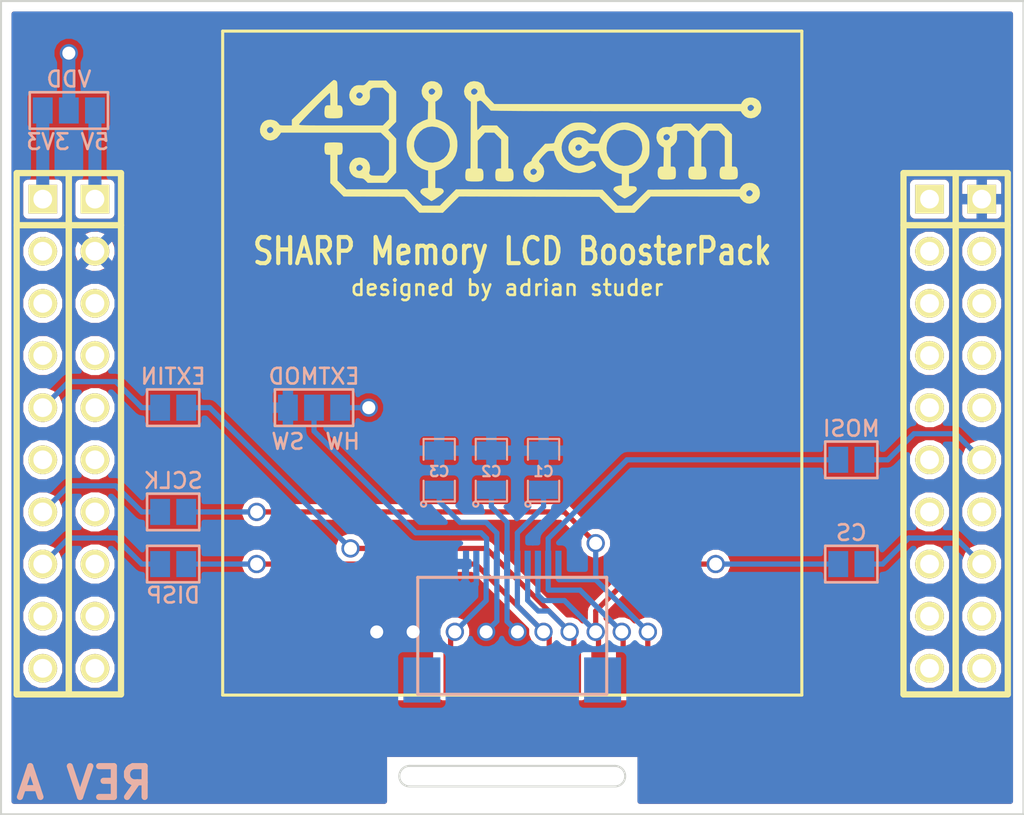
<source format=kicad_pcb>
(kicad_pcb (version 3) (host pcbnew "(2013-07-07 BZR 4022)-stable")

  (general
    (links 36)
    (no_connects 0)
    (area 122.1486 71.069999 182.6514 110.794001)
    (thickness 1.6)
    (drawings 11)
    (tracks 135)
    (zones 0)
    (modules 17)
    (nets 16)
  )

  (page A4)
  (title_block 
    (title "SHARP Memory Display BoosterPack")
    (rev A)
  )

  (layers
    (15 F.Cu signal)
    (0 B.Cu signal)
    (16 B.Adhes user)
    (17 F.Adhes user)
    (18 B.Paste user)
    (19 F.Paste user)
    (20 B.SilkS user)
    (21 F.SilkS user)
    (22 B.Mask user)
    (23 F.Mask user)
    (24 Dwgs.User user)
    (25 Cmts.User user)
    (26 Eco1.User user)
    (27 Eco2.User user)
    (28 Edge.Cuts user)
  )

  (setup
    (last_trace_width 0.254)
    (user_trace_width 0.635)
    (trace_clearance 0.1524)
    (zone_clearance 0.254)
    (zone_45_only no)
    (trace_min 0.254)
    (segment_width 0.2)
    (edge_width 0.1)
    (via_size 0.889)
    (via_drill 0.635)
    (via_min_size 0.889)
    (via_min_drill 0.508)
    (uvia_size 0.508)
    (uvia_drill 0.127)
    (uvias_allowed no)
    (uvia_min_size 0.508)
    (uvia_min_drill 0.127)
    (pcb_text_width 0.3)
    (pcb_text_size 1.5 1.5)
    (mod_edge_width 0.15)
    (mod_text_size 1 1)
    (mod_text_width 0.15)
    (pad_size 1.5 1.5)
    (pad_drill 0.6)
    (pad_to_mask_clearance 0)
    (aux_axis_origin 0 0)
    (visible_elements 7FFFFFFF)
    (pcbplotparams
      (layerselection 284196865)
      (usegerberextensions true)
      (excludeedgelayer true)
      (linewidth 0.150000)
      (plotframeref false)
      (viasonmask false)
      (mode 1)
      (useauxorigin false)
      (hpglpennumber 1)
      (hpglpenspeed 20)
      (hpglpendiameter 15)
      (hpglpenoverlay 2)
      (psnegative false)
      (psa4output false)
      (plotreference true)
      (plotvalue true)
      (plotothertext true)
      (plotinvisibletext false)
      (padsonsilk false)
      (subtractmaskfromsilk false)
      (outputformat 1)
      (mirror false)
      (drillshape 0)
      (scaleselection 1)
      (outputdirectory Gerber/))
  )

  (net 0 "")
  (net 1 +3.3V)
  (net 2 +5V)
  (net 3 /CIN)
  (net 4 /CMOD)
  (net 5 /DISP)
  (net 6 /SCLK)
  (net 7 /SCS)
  (net 8 /SI)
  (net 9 /VDD)
  (net 10 GND)
  (net 11 N-0000024)
  (net 12 N-0000025)
  (net 13 N-0000028)
  (net 14 N-0000029)
  (net 15 N-0000038)

  (net_class Default "This is the default net class."
    (clearance 0.1524)
    (trace_width 0.254)
    (via_dia 0.889)
    (via_drill 0.635)
    (uvia_dia 0.508)
    (uvia_drill 0.127)
    (add_net "")
    (add_net +3.3V)
    (add_net +5V)
    (add_net /CIN)
    (add_net /CMOD)
    (add_net /DISP)
    (add_net /SCLK)
    (add_net /SCS)
    (add_net /SI)
    (add_net /VDD)
    (add_net GND)
    (add_net N-0000024)
    (add_net N-0000025)
    (add_net N-0000028)
    (add_net N-0000029)
    (add_net N-0000038)
  )

  (module SM0805 (layer B.Cu) (tedit 52E8577C) (tstamp 52E4ABBB)
    (at 153.924 93.98 90)
    (path /52E4B126)
    (attr smd)
    (fp_text reference C1 (at -0.0635 0 180) (layer B.SilkS)
      (effects (font (size 0.50038 0.50038) (thickness 0.10922)) (justify mirror))
    )
    (fp_text value ".1 uF" (at 2.032 0 180) (layer B.SilkS) hide
      (effects (font (size 0.50038 0.50038) (thickness 0.10922)) (justify mirror))
    )
    (fp_circle (center -1.651 -0.762) (end -1.651 -0.635) (layer B.SilkS) (width 0.09906))
    (fp_line (start -0.508 -0.762) (end -1.524 -0.762) (layer B.SilkS) (width 0.09906))
    (fp_line (start -1.524 -0.762) (end -1.524 0.762) (layer B.SilkS) (width 0.09906))
    (fp_line (start -1.524 0.762) (end -0.508 0.762) (layer B.SilkS) (width 0.09906))
    (fp_line (start 0.508 0.762) (end 1.524 0.762) (layer B.SilkS) (width 0.09906))
    (fp_line (start 1.524 0.762) (end 1.524 -0.762) (layer B.SilkS) (width 0.09906))
    (fp_line (start 1.524 -0.762) (end 0.508 -0.762) (layer B.SilkS) (width 0.09906))
    (pad 1 smd rect (at -0.9525 0 90) (size 0.889 1.397)
      (layers B.Cu B.Paste B.Mask)
      (net 5 /DISP)
    )
    (pad 2 smd rect (at 0.9525 0 90) (size 0.889 1.397)
      (layers B.Cu B.Paste B.Mask)
      (net 10 GND)
    )
    (model smd/chip_cms.wrl
      (at (xyz 0 0 0))
      (scale (xyz 0.1 0.1 0.1))
      (rotate (xyz 0 0 0))
    )
  )

  (module SM0805 (layer B.Cu) (tedit 52E85774) (tstamp 52E4ABC8)
    (at 151.384 93.98 90)
    (path /52E4B135)
    (attr smd)
    (fp_text reference C2 (at -0.0635 0 180) (layer B.SilkS)
      (effects (font (size 0.50038 0.50038) (thickness 0.10922)) (justify mirror))
    )
    (fp_text value "1 uF" (at 2.032 0 180) (layer B.SilkS) hide
      (effects (font (size 0.50038 0.50038) (thickness 0.10922)) (justify mirror))
    )
    (fp_circle (center -1.651 -0.762) (end -1.651 -0.635) (layer B.SilkS) (width 0.09906))
    (fp_line (start -0.508 -0.762) (end -1.524 -0.762) (layer B.SilkS) (width 0.09906))
    (fp_line (start -1.524 -0.762) (end -1.524 0.762) (layer B.SilkS) (width 0.09906))
    (fp_line (start -1.524 0.762) (end -0.508 0.762) (layer B.SilkS) (width 0.09906))
    (fp_line (start 0.508 0.762) (end 1.524 0.762) (layer B.SilkS) (width 0.09906))
    (fp_line (start 1.524 0.762) (end 1.524 -0.762) (layer B.SilkS) (width 0.09906))
    (fp_line (start 1.524 -0.762) (end 0.508 -0.762) (layer B.SilkS) (width 0.09906))
    (pad 1 smd rect (at -0.9525 0 90) (size 0.889 1.397)
      (layers B.Cu B.Paste B.Mask)
      (net 9 /VDD)
    )
    (pad 2 smd rect (at 0.9525 0 90) (size 0.889 1.397)
      (layers B.Cu B.Paste B.Mask)
      (net 10 GND)
    )
    (model smd/chip_cms.wrl
      (at (xyz 0 0 0))
      (scale (xyz 0.1 0.1 0.1))
      (rotate (xyz 0 0 0))
    )
  )

  (module SM0805 (layer B.Cu) (tedit 52E8576D) (tstamp 52E4ABD5)
    (at 148.844 93.98 90)
    (path /52E4B144)
    (attr smd)
    (fp_text reference C3 (at -0.0635 0 180) (layer B.SilkS)
      (effects (font (size 0.50038 0.50038) (thickness 0.10922)) (justify mirror))
    )
    (fp_text value "1 uF" (at 2.032 0 180) (layer B.SilkS) hide
      (effects (font (size 0.50038 0.50038) (thickness 0.10922)) (justify mirror))
    )
    (fp_circle (center -1.651 -0.762) (end -1.651 -0.635) (layer B.SilkS) (width 0.09906))
    (fp_line (start -0.508 -0.762) (end -1.524 -0.762) (layer B.SilkS) (width 0.09906))
    (fp_line (start -1.524 -0.762) (end -1.524 0.762) (layer B.SilkS) (width 0.09906))
    (fp_line (start -1.524 0.762) (end -0.508 0.762) (layer B.SilkS) (width 0.09906))
    (fp_line (start 0.508 0.762) (end 1.524 0.762) (layer B.SilkS) (width 0.09906))
    (fp_line (start 1.524 0.762) (end 1.524 -0.762) (layer B.SilkS) (width 0.09906))
    (fp_line (start 1.524 -0.762) (end 0.508 -0.762) (layer B.SilkS) (width 0.09906))
    (pad 1 smd rect (at -0.9525 0 90) (size 0.889 1.397)
      (layers B.Cu B.Paste B.Mask)
      (net 9 /VDD)
    )
    (pad 2 smd rect (at 0.9525 0 90) (size 0.889 1.397)
      (layers B.Cu B.Paste B.Mask)
      (net 10 GND)
    )
    (model smd/chip_cms.wrl
      (at (xyz 0 0 0))
      (scale (xyz 0.1 0.1 0.1))
      (rotate (xyz 0 0 0))
    )
  )

  (module Kyocera_FPC_6288_10 (layer B.Cu) (tedit 52E5EBC4) (tstamp 52E4AC29)
    (at 152.4 101.6 180)
    (path /52E4A1B3)
    (fp_text reference P4 (at 0 1.016 180) (layer B.SilkS) hide
      (effects (font (size 1 1) (thickness 0.15)) (justify mirror))
    )
    (fp_text value "Display FPC" (at 0 4.826 180) (layer B.SilkS) hide
      (effects (font (size 1 1) (thickness 0.15)) (justify mirror))
    )
    (fp_line (start -4.6 2.4) (end 4.6 2.4) (layer B.SilkS) (width 0.15))
    (fp_line (start 4.6 2.4) (end 4.6 -3.3) (layer B.SilkS) (width 0.15))
    (fp_line (start 4.6 -3.3) (end -4.6 -3.3) (layer B.SilkS) (width 0.15))
    (fp_line (start -4.6 -3.3) (end -4.6 2.4) (layer B.SilkS) (width 0.15))
    (pad "" smd rect (at 4.4 -2.6 180) (size 1.8 2.2)
      (layers B.Cu B.Paste B.Mask)
    )
    (pad "" smd rect (at -4.4 -2.6 180) (size 1.8 2.2)
      (layers B.Cu B.Paste B.Mask)
    )
    (pad 6 smd rect (at 0.25 3.05 180) (size 0.3 1.3)
      (layers B.Cu B.Paste B.Mask)
      (net 9 /VDD)
    )
    (pad 5 smd rect (at -0.25 3.05 180) (size 0.3 1.3)
      (layers B.Cu B.Paste B.Mask)
      (net 5 /DISP)
    )
    (pad 7 smd rect (at 0.75 3.05 180) (size 0.3 1.3)
      (layers B.Cu B.Paste B.Mask)
      (net 9 /VDD)
    )
    (pad 8 smd rect (at 1.25 3.05 180) (size 0.3 1.3)
      (layers B.Cu B.Paste B.Mask)
      (net 4 /CMOD)
    )
    (pad 9 smd rect (at 1.75 3.05 180) (size 0.3 1.3)
      (layers B.Cu B.Paste B.Mask)
      (net 10 GND)
    )
    (pad 10 smd rect (at 2.25 3.05 180) (size 0.3 1.3)
      (layers B.Cu B.Paste B.Mask)
      (net 10 GND)
    )
    (pad 4 smd rect (at -0.75 3.05 180) (size 0.3 1.3)
      (layers B.Cu B.Paste B.Mask)
      (net 3 /CIN)
    )
    (pad 3 smd rect (at -1.25 3.05 180) (size 0.3 1.3)
      (layers B.Cu B.Paste B.Mask)
      (net 7 /SCS)
    )
    (pad 2 smd rect (at -1.75 3.05 180) (size 0.3 1.3)
      (layers B.Cu B.Paste B.Mask)
      (net 8 /SI)
    )
    (pad 1 smd rect (at -2.25 3.05 180) (size 0.3 1.3)
      (layers B.Cu B.Paste B.Mask)
      (net 6 /SCLK)
    )
  )

  (module SHARP_Mem_Disp_Zebra (layer F.Cu) (tedit 52E5EB62) (tstamp 52E5D8F2)
    (at 152.4 103.886)
    (path /52E4A1A4)
    (fp_text reference P3 (at 0 2.032) (layer F.SilkS) hide
      (effects (font (size 1 1) (thickness 0.15)))
    )
    (fp_text value "Display Zebra" (at 0 3.302) (layer F.SilkS) hide
      (effects (font (size 1 1) (thickness 0.15)))
    )
    (fp_arc (start 5 5) (end 5 4.5) (angle 180) (layer Edge.Cuts) (width 0.1))
    (fp_line (start -5 5.5) (end 5 5.5) (layer Edge.Cuts) (width 0.1))
    (fp_line (start -5 4.5) (end 5 4.5) (layer Edge.Cuts) (width 0.1))
    (fp_arc (start -5 5) (end -5 5.5) (angle 180) (layer Edge.Cuts) (width 0.1))
    (fp_line (start -14.1 1.05) (end 14.1 1.05) (layer F.SilkS) (width 0.15))
    (fp_line (start 14.1 1.05) (end 14.1 -31.3) (layer F.SilkS) (width 0.15))
    (fp_line (start 14.1 -31.3) (end -14.1 -31.3) (layer F.SilkS) (width 0.15))
    (fp_line (start -14.1 -31.3) (end -14.1 1.05) (layer F.SilkS) (width 0.15))
    (pad "" smd rect (at 9 0) (size 0.7 2.1)
      (layers F.Cu F.Paste F.Mask)
    )
    (pad "" smd rect (at 7.8 0) (size 0.7 2.1)
      (layers F.Cu F.Paste F.Mask)
    )
    (pad 1 smd rect (at 6.6 0) (size 0.7 2.1)
      (layers F.Cu F.Paste F.Mask)
      (net 6 /SCLK)
    )
    (pad 2 smd rect (at 5.4 0) (size 0.7 2.1)
      (layers F.Cu F.Paste F.Mask)
      (net 8 /SI)
    )
    (pad 3 smd rect (at 4.2 0) (size 0.7 2.1)
      (layers F.Cu F.Paste F.Mask)
      (net 7 /SCS)
    )
    (pad 4 smd rect (at 3 0) (size 0.7 2.1)
      (layers F.Cu F.Paste F.Mask)
      (net 3 /CIN)
    )
    (pad 5 smd rect (at 1.8 0) (size 0.7 2.1)
      (layers F.Cu F.Paste F.Mask)
      (net 5 /DISP)
    )
    (pad 6 smd rect (at 0.6 0) (size 0.7 2.1)
      (layers F.Cu F.Paste F.Mask)
      (net 9 /VDD)
    )
    (pad 7 smd rect (at -1.2 0) (size 1.9 2.1)
      (layers F.Cu F.Paste F.Mask)
      (net 9 /VDD)
    )
    (pad 8 smd rect (at -3 0) (size 0.7 2.1)
      (layers F.Cu F.Paste F.Mask)
      (net 4 /CMOD)
    )
    (pad 9 smd rect (at -4.8 0) (size 1.9 2.1)
      (layers F.Cu F.Paste F.Mask)
      (net 10 GND)
    )
    (pad 10 smd rect (at -6.6 0) (size 0.7 2.1)
      (layers F.Cu F.Paste F.Mask)
      (net 10 GND)
    )
    (pad "" smd rect (at -7.8 0) (size 0.7 2.1)
      (layers F.Cu F.Paste F.Mask)
    )
    (pad "" smd rect (at -9 0) (size 0.7 2.1)
      (layers F.Cu F.Paste F.Mask)
    )
  )

  (module GS3 (layer B.Cu) (tedit 52E5F58F) (tstamp 52E5E253)
    (at 130.81 76.454 270)
    (descr "Pontet Goute de soudure")
    (path /52E5DAF9)
    (attr virtual)
    (fp_text reference JP6 (at 0 -3.048 360) (layer B.SilkS) hide
      (effects (font (size 1.016 0.762) (thickness 0.127)) (justify mirror))
    )
    (fp_text value VDD (at -1.524 0 360) (layer B.SilkS)
      (effects (font (size 0.762 0.762) (thickness 0.127)) (justify mirror))
    )
    (fp_line (start -0.889 1.905) (end -0.889 -1.905) (layer B.SilkS) (width 0.127))
    (fp_line (start -0.889 -1.905) (end 0.889 -1.905) (layer B.SilkS) (width 0.127))
    (fp_line (start 0.889 -1.905) (end 0.889 1.905) (layer B.SilkS) (width 0.127))
    (fp_line (start -0.889 1.905) (end 0.889 1.905) (layer B.SilkS) (width 0.127))
    (pad 1 smd rect (at 0 1.27 270) (size 1.27 0.9652)
      (layers B.Cu B.Paste B.Mask)
      (net 1 +3.3V)
    )
    (pad 2 smd rect (at 0 0 270) (size 1.27 0.9652)
      (layers B.Cu B.Paste B.Mask)
      (net 9 /VDD)
    )
    (pad 3 smd rect (at 0 -1.27 270) (size 1.27 0.9652)
      (layers B.Cu B.Paste B.Mask)
      (net 2 +5V)
    )
  )

  (module GS3 (layer B.Cu) (tedit 52E84BD3) (tstamp 52E5E25E)
    (at 142.748 90.932 90)
    (descr "Pontet Goute de soudure")
    (path /52E5E2B1)
    (attr virtual)
    (fp_text reference JP7 (at 0 3.302 180) (layer B.SilkS) hide
      (effects (font (size 1.016 0.762) (thickness 0.127)) (justify mirror))
    )
    (fp_text value EXTMOD (at 1.524 0 180) (layer B.SilkS)
      (effects (font (size 0.762 0.762) (thickness 0.127)) (justify mirror))
    )
    (fp_line (start -0.889 1.905) (end -0.889 -1.905) (layer B.SilkS) (width 0.127))
    (fp_line (start -0.889 -1.905) (end 0.889 -1.905) (layer B.SilkS) (width 0.127))
    (fp_line (start 0.889 -1.905) (end 0.889 1.905) (layer B.SilkS) (width 0.127))
    (fp_line (start -0.889 1.905) (end 0.889 1.905) (layer B.SilkS) (width 0.127))
    (pad 1 smd rect (at 0 1.27 90) (size 1.27 0.9652)
      (layers B.Cu B.Paste B.Mask)
      (net 9 /VDD)
    )
    (pad 2 smd rect (at 0 0 90) (size 1.27 0.9652)
      (layers B.Cu B.Paste B.Mask)
      (net 4 /CMOD)
    )
    (pad 3 smd rect (at 0 -1.27 90) (size 1.27 0.9652)
      (layers B.Cu B.Paste B.Mask)
      (net 10 GND)
    )
  )

  (module GS2 (layer B.Cu) (tedit 52E5EC52) (tstamp 52E5E268)
    (at 135.89 96.012 270)
    (descr "Pontet Goute de soudure")
    (path /52E5E3E4)
    (attr virtual)
    (fp_text reference JP3 (at 0 -2.54 360) (layer B.SilkS) hide
      (effects (font (size 1.016 0.762) (thickness 0.127)) (justify mirror))
    )
    (fp_text value SCLK (at -1.524 0 360) (layer B.SilkS)
      (effects (font (size 0.762 0.762) (thickness 0.127)) (justify mirror))
    )
    (fp_line (start -0.889 1.27) (end -0.889 -1.27) (layer B.SilkS) (width 0.127))
    (fp_line (start 0.889 -1.27) (end 0.889 1.27) (layer B.SilkS) (width 0.127))
    (fp_line (start 0.889 -1.27) (end -0.889 -1.27) (layer B.SilkS) (width 0.127))
    (fp_line (start -0.889 1.27) (end 0.889 1.27) (layer B.SilkS) (width 0.127))
    (pad 1 smd rect (at 0 0.635 270) (size 1.27 0.9652)
      (layers B.Cu B.Paste B.Mask)
      (net 13 N-0000028)
    )
    (pad 2 smd rect (at 0 -0.635 270) (size 1.27 0.9652)
      (layers B.Cu B.Paste B.Mask)
      (net 6 /SCLK)
    )
  )

  (module GS2 (layer B.Cu) (tedit 52E5ECB3) (tstamp 52E5E272)
    (at 168.91 93.472 90)
    (descr "Pontet Goute de soudure")
    (path /52E5E46A)
    (attr virtual)
    (fp_text reference JP1 (at 0 -2.794 180) (layer B.SilkS) hide
      (effects (font (size 1.016 0.762) (thickness 0.127)) (justify mirror))
    )
    (fp_text value MOSI (at 1.524 0 180) (layer B.SilkS)
      (effects (font (size 0.762 0.762) (thickness 0.127)) (justify mirror))
    )
    (fp_line (start -0.889 1.27) (end -0.889 -1.27) (layer B.SilkS) (width 0.127))
    (fp_line (start 0.889 -1.27) (end 0.889 1.27) (layer B.SilkS) (width 0.127))
    (fp_line (start 0.889 -1.27) (end -0.889 -1.27) (layer B.SilkS) (width 0.127))
    (fp_line (start -0.889 1.27) (end 0.889 1.27) (layer B.SilkS) (width 0.127))
    (pad 1 smd rect (at 0 0.635 90) (size 1.27 0.9652)
      (layers B.Cu B.Paste B.Mask)
      (net 11 N-0000024)
    )
    (pad 2 smd rect (at 0 -0.635 90) (size 1.27 0.9652)
      (layers B.Cu B.Paste B.Mask)
      (net 8 /SI)
    )
  )

  (module GS2 (layer B.Cu) (tedit 52E5ECC0) (tstamp 52E5E27C)
    (at 168.91 98.552 90)
    (descr "Pontet Goute de soudure")
    (path /52E5E52A)
    (attr virtual)
    (fp_text reference JP2 (at 0 -2.54 180) (layer B.SilkS) hide
      (effects (font (size 1.016 0.762) (thickness 0.127)) (justify mirror))
    )
    (fp_text value CS (at 1.524 0 180) (layer B.SilkS)
      (effects (font (size 0.762 0.762) (thickness 0.127)) (justify mirror))
    )
    (fp_line (start -0.889 1.27) (end -0.889 -1.27) (layer B.SilkS) (width 0.127))
    (fp_line (start 0.889 -1.27) (end 0.889 1.27) (layer B.SilkS) (width 0.127))
    (fp_line (start 0.889 -1.27) (end -0.889 -1.27) (layer B.SilkS) (width 0.127))
    (fp_line (start -0.889 1.27) (end 0.889 1.27) (layer B.SilkS) (width 0.127))
    (pad 1 smd rect (at 0 0.635 90) (size 1.27 0.9652)
      (layers B.Cu B.Paste B.Mask)
      (net 15 N-0000038)
    )
    (pad 2 smd rect (at 0 -0.635 90) (size 1.27 0.9652)
      (layers B.Cu B.Paste B.Mask)
      (net 7 /SCS)
    )
  )

  (module GS2 (layer B.Cu) (tedit 52E5EC6E) (tstamp 52E5E286)
    (at 135.89 98.552 270)
    (descr "Pontet Goute de soudure")
    (path /52E5E577)
    (attr virtual)
    (fp_text reference JP5 (at 0 -2.54 360) (layer B.SilkS) hide
      (effects (font (size 1.016 0.762) (thickness 0.127)) (justify mirror))
    )
    (fp_text value DISP (at 1.524 0 360) (layer B.SilkS)
      (effects (font (size 0.762 0.762) (thickness 0.127)) (justify mirror))
    )
    (fp_line (start -0.889 1.27) (end -0.889 -1.27) (layer B.SilkS) (width 0.127))
    (fp_line (start 0.889 -1.27) (end 0.889 1.27) (layer B.SilkS) (width 0.127))
    (fp_line (start 0.889 -1.27) (end -0.889 -1.27) (layer B.SilkS) (width 0.127))
    (fp_line (start -0.889 1.27) (end 0.889 1.27) (layer B.SilkS) (width 0.127))
    (pad 1 smd rect (at 0 0.635 270) (size 1.27 0.9652)
      (layers B.Cu B.Paste B.Mask)
      (net 14 N-0000029)
    )
    (pad 2 smd rect (at 0 -0.635 270) (size 1.27 0.9652)
      (layers B.Cu B.Paste B.Mask)
      (net 5 /DISP)
    )
  )

  (module GS2 (layer B.Cu) (tedit 52E5EC7F) (tstamp 52E5E290)
    (at 135.89 90.932 270)
    (descr "Pontet Goute de soudure")
    (path /52E5E5C3)
    (attr virtual)
    (fp_text reference JP4 (at 0 -2.54 360) (layer B.SilkS) hide
      (effects (font (size 1.016 0.762) (thickness 0.127)) (justify mirror))
    )
    (fp_text value EXTIN (at -1.524 0 360) (layer B.SilkS)
      (effects (font (size 0.762 0.762) (thickness 0.127)) (justify mirror))
    )
    (fp_line (start -0.889 1.27) (end -0.889 -1.27) (layer B.SilkS) (width 0.127))
    (fp_line (start 0.889 -1.27) (end 0.889 1.27) (layer B.SilkS) (width 0.127))
    (fp_line (start 0.889 -1.27) (end -0.889 -1.27) (layer B.SilkS) (width 0.127))
    (fp_line (start -0.889 1.27) (end 0.889 1.27) (layer B.SilkS) (width 0.127))
    (pad 1 smd rect (at 0 0.635 270) (size 1.27 0.9652)
      (layers B.Cu B.Paste B.Mask)
      (net 12 N-0000025)
    )
    (pad 2 smd rect (at 0 -0.635 270) (size 1.27 0.9652)
      (layers B.Cu B.Paste B.Mask)
      (net 3 /CIN)
    )
  )

  (module SIL-10-W (layer F.Cu) (tedit 52E5EB2D) (tstamp 52E4ABFB)
    (at 175.26 92.202 270)
    (descr "10 pin connector")
    (tags "CONN DEV")
    (path /52E4A1FB)
    (fp_text reference P2 (at 14.224 0 270) (layer F.SilkS) hide
      (effects (font (size 1.72974 1.08712) (thickness 0.27178)))
    )
    (fp_text value "LaunchPad Right" (at 6.35 -4.064 270) (layer F.SilkS) hide
      (effects (font (size 1.524 1.016) (thickness 0.254)))
    )
    (fp_line (start -12.7 1.27) (end -12.7 -1.27) (layer F.SilkS) (width 0.3048))
    (fp_line (start -12.7 -1.27) (end 12.7 -1.27) (layer F.SilkS) (width 0.3048))
    (fp_line (start 12.7 -1.27) (end 12.7 1.27) (layer F.SilkS) (width 0.3048))
    (fp_line (start 12.7 1.27) (end -12.7 1.27) (layer F.SilkS) (width 0.3048))
    (fp_line (start -10.16 1.27) (end -10.16 -1.27) (layer F.SilkS) (width 0.3048))
    (pad 1 thru_hole rect (at -11.43 0 270) (size 1.397 1.397) (drill 0.912)
      (layers *.Cu *.Mask F.SilkS)
      (net 10 GND)
    )
    (pad 2 thru_hole circle (at -8.89 0 270) (size 1.397 1.397) (drill 0.912)
      (layers *.Cu *.Mask F.SilkS)
    )
    (pad 3 thru_hole circle (at -6.35 0 270) (size 1.397 1.397) (drill 0.912)
      (layers *.Cu *.Mask F.SilkS)
    )
    (pad 4 thru_hole circle (at -3.81 0 270) (size 1.397 1.397) (drill 0.912)
      (layers *.Cu *.Mask F.SilkS)
    )
    (pad 5 thru_hole circle (at -1.27 0 270) (size 1.397 1.397) (drill 0.912)
      (layers *.Cu *.Mask F.SilkS)
    )
    (pad 6 thru_hole circle (at 1.27 0 270) (size 1.397 1.397) (drill 0.912)
      (layers *.Cu *.Mask F.SilkS)
      (net 11 N-0000024)
    )
    (pad 7 thru_hole circle (at 3.81 0 270) (size 1.397 1.397) (drill 0.912)
      (layers *.Cu *.Mask F.SilkS)
    )
    (pad 8 thru_hole circle (at 6.35 0 270) (size 1.397 1.397) (drill 0.912)
      (layers *.Cu *.Mask F.SilkS)
      (net 15 N-0000038)
    )
    (pad 9 thru_hole circle (at 8.89 0 270) (size 1.397 1.397) (drill 0.912)
      (layers *.Cu *.Mask F.SilkS)
    )
    (pad 10 thru_hole circle (at 11.43 0 270) (size 1.397 1.397) (drill 0.912)
      (layers *.Cu *.Mask F.SilkS)
    )
  )

  (module SIL-10-W (layer F.Cu) (tedit 52E5EB26) (tstamp 52E5E248)
    (at 172.72 92.202 270)
    (descr "10 pin connector")
    (tags "CONN DEV")
    (path /52E5D9F6)
    (fp_text reference P6 (at 14.224 0 270) (layer F.SilkS) hide
      (effects (font (size 1.72974 1.08712) (thickness 0.27178)))
    )
    (fp_text value "LaunchPad Right 2" (at 5.588 -8.89 270) (layer F.SilkS) hide
      (effects (font (size 1.524 1.016) (thickness 0.254)))
    )
    (fp_line (start -12.7 1.27) (end -12.7 -1.27) (layer F.SilkS) (width 0.3048))
    (fp_line (start -12.7 -1.27) (end 12.7 -1.27) (layer F.SilkS) (width 0.3048))
    (fp_line (start 12.7 -1.27) (end 12.7 1.27) (layer F.SilkS) (width 0.3048))
    (fp_line (start 12.7 1.27) (end -12.7 1.27) (layer F.SilkS) (width 0.3048))
    (fp_line (start -10.16 1.27) (end -10.16 -1.27) (layer F.SilkS) (width 0.3048))
    (pad 1 thru_hole rect (at -11.43 0 270) (size 1.397 1.397) (drill 0.912)
      (layers *.Cu *.Mask F.SilkS)
    )
    (pad 2 thru_hole circle (at -8.89 0 270) (size 1.397 1.397) (drill 0.912)
      (layers *.Cu *.Mask F.SilkS)
    )
    (pad 3 thru_hole circle (at -6.35 0 270) (size 1.397 1.397) (drill 0.912)
      (layers *.Cu *.Mask F.SilkS)
    )
    (pad 4 thru_hole circle (at -3.81 0 270) (size 1.397 1.397) (drill 0.912)
      (layers *.Cu *.Mask F.SilkS)
    )
    (pad 5 thru_hole circle (at -1.27 0 270) (size 1.397 1.397) (drill 0.912)
      (layers *.Cu *.Mask F.SilkS)
    )
    (pad 6 thru_hole circle (at 1.27 0 270) (size 1.397 1.397) (drill 0.912)
      (layers *.Cu *.Mask F.SilkS)
    )
    (pad 7 thru_hole circle (at 3.81 0 270) (size 1.397 1.397) (drill 0.912)
      (layers *.Cu *.Mask F.SilkS)
    )
    (pad 8 thru_hole circle (at 6.35 0 270) (size 1.397 1.397) (drill 0.912)
      (layers *.Cu *.Mask F.SilkS)
    )
    (pad 9 thru_hole circle (at 8.89 0 270) (size 1.397 1.397) (drill 0.912)
      (layers *.Cu *.Mask F.SilkS)
    )
    (pad 10 thru_hole circle (at 11.43 0 270) (size 1.397 1.397) (drill 0.912)
      (layers *.Cu *.Mask F.SilkS)
    )
  )

  (module SIL-10-W (layer F.Cu) (tedit 52E5EB1F) (tstamp 52E5E235)
    (at 132.08 92.202 270)
    (descr "10 pin connector")
    (tags "CONN DEV")
    (path /52E5D9E2)
    (fp_text reference P5 (at 14.224 -0.254 270) (layer F.SilkS) hide
      (effects (font (size 1.72974 1.08712) (thickness 0.27178)))
    )
    (fp_text value "LaunchPad Left 2" (at 6.096 8.89 270) (layer F.SilkS) hide
      (effects (font (size 1.524 1.016) (thickness 0.254)))
    )
    (fp_line (start -12.7 1.27) (end -12.7 -1.27) (layer F.SilkS) (width 0.3048))
    (fp_line (start -12.7 -1.27) (end 12.7 -1.27) (layer F.SilkS) (width 0.3048))
    (fp_line (start 12.7 -1.27) (end 12.7 1.27) (layer F.SilkS) (width 0.3048))
    (fp_line (start 12.7 1.27) (end -12.7 1.27) (layer F.SilkS) (width 0.3048))
    (fp_line (start -10.16 1.27) (end -10.16 -1.27) (layer F.SilkS) (width 0.3048))
    (pad 1 thru_hole rect (at -11.43 0 270) (size 1.397 1.397) (drill 0.912)
      (layers *.Cu *.Mask F.SilkS)
      (net 2 +5V)
    )
    (pad 2 thru_hole circle (at -8.89 0 270) (size 1.397 1.397) (drill 0.912)
      (layers *.Cu *.Mask F.SilkS)
      (net 10 GND)
    )
    (pad 3 thru_hole circle (at -6.35 0 270) (size 1.397 1.397) (drill 0.912)
      (layers *.Cu *.Mask F.SilkS)
    )
    (pad 4 thru_hole circle (at -3.81 0 270) (size 1.397 1.397) (drill 0.912)
      (layers *.Cu *.Mask F.SilkS)
    )
    (pad 5 thru_hole circle (at -1.27 0 270) (size 1.397 1.397) (drill 0.912)
      (layers *.Cu *.Mask F.SilkS)
    )
    (pad 6 thru_hole circle (at 1.27 0 270) (size 1.397 1.397) (drill 0.912)
      (layers *.Cu *.Mask F.SilkS)
    )
    (pad 7 thru_hole circle (at 3.81 0 270) (size 1.397 1.397) (drill 0.912)
      (layers *.Cu *.Mask F.SilkS)
    )
    (pad 8 thru_hole circle (at 6.35 0 270) (size 1.397 1.397) (drill 0.912)
      (layers *.Cu *.Mask F.SilkS)
    )
    (pad 9 thru_hole circle (at 8.89 0 270) (size 1.397 1.397) (drill 0.912)
      (layers *.Cu *.Mask F.SilkS)
    )
    (pad 10 thru_hole circle (at 11.43 0 270) (size 1.397 1.397) (drill 0.912)
      (layers *.Cu *.Mask F.SilkS)
    )
  )

  (module SIL-10-W (layer F.Cu) (tedit 52E5EB17) (tstamp 52E4ABE8)
    (at 129.54 92.202 270)
    (descr "10 pin connector")
    (tags "CONN DEV")
    (path /52E4A1EC)
    (fp_text reference P1 (at 14.224 0 270) (layer F.SilkS) hide
      (effects (font (size 1.72974 1.08712) (thickness 0.27178)))
    )
    (fp_text value "LaunchPad Left" (at 6.858 4.064 270) (layer F.SilkS) hide
      (effects (font (size 1.524 1.016) (thickness 0.254)))
    )
    (fp_line (start -12.7 1.27) (end -12.7 -1.27) (layer F.SilkS) (width 0.3048))
    (fp_line (start -12.7 -1.27) (end 12.7 -1.27) (layer F.SilkS) (width 0.3048))
    (fp_line (start 12.7 -1.27) (end 12.7 1.27) (layer F.SilkS) (width 0.3048))
    (fp_line (start 12.7 1.27) (end -12.7 1.27) (layer F.SilkS) (width 0.3048))
    (fp_line (start -10.16 1.27) (end -10.16 -1.27) (layer F.SilkS) (width 0.3048))
    (pad 1 thru_hole rect (at -11.43 0 270) (size 1.397 1.397) (drill 0.912)
      (layers *.Cu *.Mask F.SilkS)
      (net 1 +3.3V)
    )
    (pad 2 thru_hole circle (at -8.89 0 270) (size 1.397 1.397) (drill 0.912)
      (layers *.Cu *.Mask F.SilkS)
    )
    (pad 3 thru_hole circle (at -6.35 0 270) (size 1.397 1.397) (drill 0.912)
      (layers *.Cu *.Mask F.SilkS)
    )
    (pad 4 thru_hole circle (at -3.81 0 270) (size 1.397 1.397) (drill 0.912)
      (layers *.Cu *.Mask F.SilkS)
    )
    (pad 5 thru_hole circle (at -1.27 0 270) (size 1.397 1.397) (drill 0.912)
      (layers *.Cu *.Mask F.SilkS)
      (net 12 N-0000025)
    )
    (pad 6 thru_hole circle (at 1.27 0 270) (size 1.397 1.397) (drill 0.912)
      (layers *.Cu *.Mask F.SilkS)
    )
    (pad 7 thru_hole circle (at 3.81 0 270) (size 1.397 1.397) (drill 0.912)
      (layers *.Cu *.Mask F.SilkS)
      (net 13 N-0000028)
    )
    (pad 8 thru_hole circle (at 6.35 0 270) (size 1.397 1.397) (drill 0.912)
      (layers *.Cu *.Mask F.SilkS)
      (net 14 N-0000029)
    )
    (pad 9 thru_hole circle (at 8.89 0 270) (size 1.397 1.397) (drill 0.912)
      (layers *.Cu *.Mask F.SilkS)
    )
    (pad 10 thru_hole circle (at 11.43 0 270) (size 1.397 1.397) (drill 0.912)
      (layers *.Cu *.Mask F.SilkS)
    )
  )

  (module 43oh_logo_smaller (layer F.Cu) (tedit 0) (tstamp 52E7B5D4)
    (at 152.4 77.978)
    (fp_text reference VAL (at 0 0) (layer F.SilkS) hide
      (effects (font (size 1.143 1.143) (thickness 0.1778)))
    )
    (fp_text value 43oh_logo_smaller (at 0 0) (layer F.SilkS) hide
      (effects (font (size 1.143 1.143) (thickness 0.1778)))
    )
    (fp_poly (pts (xy 12.06246 2.4892) (xy 12.04722 2.6416) (xy 11.99642 2.76098) (xy 11.86942 2.90068)
      (xy 11.72464 2.9845) (xy 11.71194 2.98704) (xy 11.71194 2.49936) (xy 11.70178 2.45364)
      (xy 11.66114 2.40792) (xy 11.59764 2.35966) (xy 11.53414 2.35712) (xy 11.5062 2.36728)
      (xy 11.42238 2.42316) (xy 11.38936 2.5019) (xy 11.41222 2.5908) (xy 11.41984 2.60096)
      (xy 11.48842 2.6543) (xy 11.57224 2.65684) (xy 11.65098 2.60858) (xy 11.68146 2.5654)
      (xy 11.71194 2.49936) (xy 11.71194 2.98704) (xy 11.56716 3.01752) (xy 11.41222 2.9972)
      (xy 11.26744 2.92354) (xy 11.14552 2.79654) (xy 11.12774 2.77114) (xy 11.06424 2.66954)
      (xy 8.90524 2.667) (xy 6.7437 2.667) (xy 6.34746 3.06324) (xy 5.95376 3.45948)
      (xy 5.48386 3.45948) (xy 5.0165 3.45948) (xy 4.62788 3.07086) (xy 4.23926 2.68224)
      (xy 0.8255 2.67462) (xy -2.58826 2.66446) (xy -2.9845 3.06324) (xy -3.38074 3.45948)
      (xy -3.95224 3.45694) (xy -4.52374 3.4544) (xy -4.8895 3.06324) (xy -5.25526 2.67462)
      (xy -6.73354 2.66954) (xy -8.21182 2.667) (xy -8.5344 2.3368) (xy -8.85952 2.00914)
      (xy -8.85952 1.32334) (xy -8.85952 0.635) (xy -8.96874 0.635) (xy -9.06526 0.61722)
      (xy -9.11098 0.57404) (xy -9.1313 0.50292) (xy -9.14146 0.39878) (xy -9.144 0.28194)
      (xy -9.13638 0.17272) (xy -9.1186 0.09398) (xy -9.1059 0.06858) (xy -9.05764 0.0508)
      (xy -8.96112 0.0381) (xy -8.83412 0.03302) (xy -8.69188 0.03048) (xy -8.54964 0.03302)
      (xy -8.42518 0.04064) (xy -8.33374 0.05334) (xy -8.2931 0.06858) (xy -8.27278 0.12192)
      (xy -8.26008 0.22098) (xy -8.255 0.32512) (xy -8.26262 0.47244) (xy -8.28802 0.56642)
      (xy -8.33882 0.61722) (xy -8.41756 0.635) (xy -8.42772 0.635) (xy -8.509 0.635)
      (xy -8.509 1.26238) (xy -8.509 1.88976) (xy -8.29564 2.10312) (xy -8.07974 2.31648)
      (xy -6.60146 2.31648) (xy -5.12318 2.31648) (xy -4.7498 2.71526) (xy -4.37642 3.1115)
      (xy -3.9497 3.1115) (xy -3.52298 3.1115) (xy -3.13182 2.71272) (xy -2.74066 2.31648)
      (xy 0.8255 2.3241) (xy 4.39166 2.33426) (xy 4.75996 2.72288) (xy 5.12826 3.1115)
      (xy 5.47624 3.1115) (xy 5.82676 3.1115) (xy 6.21538 2.72288) (xy 6.604 2.33426)
      (xy 8.8392 2.3241) (xy 11.07694 2.31648) (xy 11.14298 2.2098) (xy 11.24712 2.0955)
      (xy 11.38428 2.02692) (xy 11.53668 1.99898) (xy 11.69416 2.01676) (xy 11.83894 2.08026)
      (xy 11.96086 2.1844) (xy 11.97102 2.19964) (xy 12.03706 2.33426) (xy 12.06246 2.4892)
      (xy 12.06246 2.4892)) (layer F.SilkS) (width 0.00254))
    (fp_poly (pts (xy -2.66954 0.21336) (xy -2.69748 0.44958) (xy -2.76352 0.6604) (xy -2.77368 0.68326)
      (xy -2.8956 0.88646) (xy -3.0353 1.0414) (xy -3.0353 0.14224) (xy -3.0607 -0.09652)
      (xy -3.13944 -0.3048) (xy -3.26898 -0.48006) (xy -3.43662 -0.61722) (xy -3.64236 -0.70612)
      (xy -3.74904 -0.7239) (xy -3.74904 -2.45364) (xy -3.7592 -2.49936) (xy -3.80238 -2.54508)
      (xy -3.86334 -2.59334) (xy -3.92684 -2.59588) (xy -3.95732 -2.58826) (xy -4.04114 -2.52984)
      (xy -4.07416 -2.4511) (xy -4.04876 -2.3622) (xy -4.04368 -2.35204) (xy -3.97256 -2.2987)
      (xy -3.89128 -2.29616) (xy -3.81254 -2.34442) (xy -3.77952 -2.39014) (xy -3.74904 -2.45364)
      (xy -3.74904 -0.7239) (xy -3.87858 -0.74168) (xy -3.90652 -0.74422) (xy -4.1275 -0.71374)
      (xy -4.32562 -0.62738) (xy -4.50088 -0.48514) (xy -4.6482 -0.28956) (xy -4.6863 -0.21844)
      (xy -4.76758 0) (xy -4.78536 0.2159) (xy -4.73964 0.42672) (xy -4.73456 0.4445)
      (xy -4.62788 0.64516) (xy -4.47802 0.80518) (xy -4.29768 0.92456) (xy -4.09194 0.99822)
      (xy -3.87858 1.01854) (xy -3.66014 0.98552) (xy -3.54076 0.94234) (xy -3.33502 0.81534)
      (xy -3.18262 0.65532) (xy -3.08356 0.4572) (xy -3.03784 0.22606) (xy -3.0353 0.14224)
      (xy -3.0353 1.0414) (xy -3.0607 1.06934) (xy -3.25374 1.22174) (xy -3.46202 1.33096)
      (xy -3.62966 1.38176) (xy -3.7465 1.40462) (xy -3.7465 1.8288) (xy -3.7465 2.25298)
      (xy -3.5941 2.25298) (xy -3.47218 2.26568) (xy -3.39598 2.30124) (xy -3.38582 2.3114)
      (xy -3.34264 2.37236) (xy -3.33502 2.42824) (xy -3.36804 2.49174) (xy -3.44424 2.5654)
      (xy -3.57124 2.65938) (xy -3.61696 2.6924) (xy -3.7338 2.77368) (xy -3.8354 2.83718)
      (xy -3.90652 2.87782) (xy -3.93192 2.88798) (xy -3.97002 2.8702) (xy -4.04368 2.82194)
      (xy -4.14528 2.75336) (xy -4.22148 2.69748) (xy -4.34848 2.60096) (xy -4.42722 2.5273)
      (xy -4.46786 2.47142) (xy -4.47802 2.43332) (xy -4.45008 2.34188) (xy -4.37134 2.28092)
      (xy -4.24942 2.25552) (xy -4.2291 2.25298) (xy -4.09702 2.25298) (xy -4.09702 1.8288)
      (xy -4.09702 1.40208) (xy -4.19862 1.37922) (xy -4.40436 1.3081) (xy -4.60756 1.18618)
      (xy -4.79552 1.02616) (xy -4.94792 0.84074) (xy -5.03682 0.69088) (xy -5.10286 0.48768)
      (xy -5.13842 0.25654) (xy -5.14096 0.02286) (xy -5.11048 -0.18796) (xy -5.09778 -0.23368)
      (xy -4.98602 -0.48006) (xy -4.82346 -0.6985) (xy -4.61518 -0.8763) (xy -4.36626 -1.01092)
      (xy -4.30784 -1.03378) (xy -4.11226 -1.1049) (xy -4.1021 -1.52654) (xy -4.09448 -1.94818)
      (xy -4.20624 -2.03962) (xy -4.33324 -2.17932) (xy -4.40182 -2.33934) (xy -4.41198 -2.50698)
      (xy -4.36118 -2.67716) (xy -4.34086 -2.71272) (xy -4.23672 -2.83718) (xy -4.09956 -2.91846)
      (xy -3.94462 -2.95402) (xy -3.7846 -2.94132) (xy -3.63474 -2.88544) (xy -3.51028 -2.77876)
      (xy -3.48996 -2.75336) (xy -3.42646 -2.61874) (xy -3.39852 -2.4638) (xy -3.4163 -2.30886)
      (xy -3.4671 -2.19202) (xy -3.5433 -2.10058) (xy -3.6322 -2.02438) (xy -3.6449 -2.01676)
      (xy -3.7465 -1.95326) (xy -3.73888 -1.52908) (xy -3.73126 -1.1049) (xy -3.54838 -1.04902)
      (xy -3.29692 -0.9398) (xy -3.07594 -0.78232) (xy -2.8956 -0.58674) (xy -2.76098 -0.35814)
      (xy -2.7178 -0.2413) (xy -2.67462 -0.0254) (xy -2.66954 0.21336) (xy -2.66954 0.21336)) (layer F.SilkS) (width 0.00254))
    (fp_poly (pts (xy 6.68274 0.30226) (xy 6.6802 0.46228) (xy 6.67512 0.57912) (xy 6.65988 0.66802)
      (xy 6.63448 0.74676) (xy 6.59892 0.83058) (xy 6.47192 1.03886) (xy 6.33222 1.1938)
      (xy 6.33222 0.30226) (xy 6.30682 0.0635) (xy 6.22554 -0.14732) (xy 6.09854 -0.32258)
      (xy 5.92836 -0.4572) (xy 5.72262 -0.5461) (xy 5.48894 -0.5842) (xy 5.461 -0.5842)
      (xy 5.26288 -0.56388) (xy 5.09016 -0.50038) (xy 4.92506 -0.381) (xy 4.85902 -0.3175)
      (xy 4.71424 -0.13462) (xy 4.62534 0.05842) (xy 4.59232 0.27686) (xy 4.58978 0.33274)
      (xy 4.60756 0.5334) (xy 4.66598 0.6985) (xy 4.7752 0.85598) (xy 4.83108 0.91694)
      (xy 5.00634 1.05156) (xy 5.20954 1.14046) (xy 5.43052 1.17602) (xy 5.6515 1.15824)
      (xy 5.82676 1.09982) (xy 6.0325 0.97536) (xy 6.18236 0.8128) (xy 6.28142 0.61722)
      (xy 6.32968 0.38354) (xy 6.33222 0.30226) (xy 6.33222 1.1938) (xy 6.30428 1.22682)
      (xy 6.1087 1.38176) (xy 5.89788 1.49352) (xy 5.77088 1.5367) (xy 5.68452 1.55702)
      (xy 5.68452 1.85674) (xy 5.68452 2.159) (xy 5.83438 2.159) (xy 5.95884 2.16916)
      (xy 6.0325 2.20726) (xy 6.06298 2.27838) (xy 6.06552 2.31648) (xy 6.05536 2.3622)
      (xy 6.02234 2.40792) (xy 5.9563 2.46634) (xy 5.84708 2.54508) (xy 5.79628 2.58064)
      (xy 5.6769 2.65684) (xy 5.57276 2.7178) (xy 5.49656 2.75336) (xy 5.46862 2.76098)
      (xy 5.4229 2.74066) (xy 5.33908 2.68986) (xy 5.2324 2.61874) (xy 5.16636 2.56794)
      (xy 5.05206 2.47396) (xy 4.96824 2.39268) (xy 4.92506 2.33426) (xy 4.92252 2.32156)
      (xy 4.95046 2.24282) (xy 5.03682 2.18186) (xy 5.17398 2.14376) (xy 5.18414 2.14122)
      (xy 5.334 2.11836) (xy 5.334 1.8415) (xy 5.334 1.5621) (xy 5.20446 1.54432)
      (xy 5.0292 1.49098) (xy 4.84124 1.39954) (xy 4.66852 1.27762) (xy 4.56692 1.18364)
      (xy 4.44246 1.03632) (xy 4.3561 0.89662) (xy 4.28244 0.72898) (xy 4.25196 0.635)
      (xy 4.19862 0.45974) (xy 3.96494 0.45212) (xy 3.84556 0.44958) (xy 3.76936 0.45466)
      (xy 3.72364 0.47244) (xy 3.69062 0.51054) (xy 3.66776 0.5461) (xy 3.55092 0.68326)
      (xy 3.40868 0.76454) (xy 3.39344 0.76708) (xy 3.39344 0.27686) (xy 3.38328 0.23114)
      (xy 3.34264 0.18542) (xy 3.27914 0.13716) (xy 3.21564 0.13462) (xy 3.1877 0.14478)
      (xy 3.10388 0.20066) (xy 3.07086 0.2794) (xy 3.09372 0.3683) (xy 3.10134 0.37846)
      (xy 3.16992 0.4318) (xy 3.25374 0.43434) (xy 3.32994 0.38608) (xy 3.3655 0.3429)
      (xy 3.39344 0.27686) (xy 3.39344 0.76708) (xy 3.25374 0.79502) (xy 3.0988 0.77216)
      (xy 2.94894 0.69596) (xy 2.82194 0.56896) (xy 2.80162 0.54102) (xy 2.7432 0.40132)
      (xy 2.73304 0.24384) (xy 2.77114 0.0889) (xy 2.84988 -0.0508) (xy 2.96672 -0.1524)
      (xy 2.9845 -0.1651) (xy 3.13944 -0.2159) (xy 3.30454 -0.21844) (xy 3.46202 -0.17526)
      (xy 3.59664 -0.0889) (xy 3.66268 -0.0127) (xy 3.69824 0.04318) (xy 3.73634 0.07366)
      (xy 3.78968 0.0889) (xy 3.87604 0.09398) (xy 3.9751 0.09398) (xy 4.09956 0.09398)
      (xy 4.17322 0.0889) (xy 4.21386 0.07366) (xy 4.23418 0.04318) (xy 4.2418 0.00762)
      (xy 4.33324 -0.23622) (xy 4.47294 -0.45466) (xy 4.65328 -0.64008) (xy 4.86664 -0.78486)
      (xy 5.10286 -0.889) (xy 5.35178 -0.9398) (xy 5.60578 -0.93726) (xy 5.65658 -0.9271)
      (xy 5.9309 -0.84582) (xy 6.17728 -0.71374) (xy 6.38556 -0.53086) (xy 6.55066 -0.30988)
      (xy 6.58876 -0.23622) (xy 6.63194 -0.14478) (xy 6.65734 -0.06858) (xy 6.67258 0.01524)
      (xy 6.6802 0.127) (xy 6.68274 0.2794) (xy 6.68274 0.30226) (xy 6.68274 0.30226)) (layer F.SilkS) (width 0.00254))
    (fp_poly (pts (xy -5.6515 1.4986) (xy -5.88264 1.74752) (xy -6.11124 1.99898) (xy -6.57352 1.99898)
      (xy -7.0358 2.00152) (xy -7.14502 1.88976) (xy -7.21868 1.82118) (xy -7.27456 1.79324)
      (xy -7.27456 1.26238) (xy -7.28472 1.21666) (xy -7.32536 1.1684) (xy -7.38886 1.12014)
      (xy -7.45236 1.12014) (xy -7.4803 1.12776) (xy -7.56412 1.18364) (xy -7.59714 1.26492)
      (xy -7.57428 1.35382) (xy -7.56666 1.36398) (xy -7.49808 1.41732) (xy -7.41426 1.41732)
      (xy -7.33806 1.3716) (xy -7.30504 1.32588) (xy -7.27456 1.26238) (xy -7.27456 1.79324)
      (xy -7.28472 1.78816) (xy -7.3787 1.778) (xy -7.41426 1.778) (xy -7.58952 1.75006)
      (xy -7.7343 1.67386) (xy -7.84606 1.55702) (xy -7.91464 1.41478) (xy -7.9375 1.25222)
      (xy -7.90448 1.08204) (xy -7.87654 1.01854) (xy -7.77494 0.88138) (xy -7.64286 0.79756)
      (xy -7.47522 0.76708) (xy -7.40156 0.76708) (xy -7.22376 0.80264) (xy -7.08914 0.88138)
      (xy -6.98754 1.01092) (xy -6.97992 1.02616) (xy -6.93928 1.13792) (xy -6.92404 1.27)
      (xy -6.9342 1.39446) (xy -6.95706 1.46558) (xy -6.9723 1.52654) (xy -6.93674 1.5875)
      (xy -6.9342 1.59004) (xy -6.90118 1.61798) (xy -6.85038 1.63576) (xy -6.7691 1.64592)
      (xy -6.64464 1.651) (xy -6.57606 1.651) (xy -6.27126 1.651) (xy -6.13664 1.49352)
      (xy -6.00202 1.33858) (xy -6.00202 0.64516) (xy -6.00202 -0.0508) (xy -6.20014 -0.24892)
      (xy -6.4008 -0.4445) (xy -8.82904 -0.4445) (xy -11.25982 -0.4445) (xy -11.33856 -0.32766)
      (xy -11.46302 -0.18288) (xy -11.6078 -0.09652) (xy -11.62558 -0.09144) (xy -11.62558 -0.57912)
      (xy -11.6332 -0.62484) (xy -11.67638 -0.6731) (xy -11.73988 -0.72136) (xy -11.80084 -0.72136)
      (xy -11.83132 -0.71374) (xy -11.91514 -0.65786) (xy -11.94816 -0.57658) (xy -11.92276 -0.48768)
      (xy -11.91768 -0.47752) (xy -11.84656 -0.42418) (xy -11.76528 -0.42418) (xy -11.68654 -0.47244)
      (xy -11.65352 -0.51562) (xy -11.62558 -0.57912) (xy -11.62558 -0.09144) (xy -11.76528 -0.06096)
      (xy -11.92276 -0.08382) (xy -12.07262 -0.16256) (xy -12.20216 -0.29718) (xy -12.21486 -0.31496)
      (xy -12.27582 -0.4572) (xy -12.28344 -0.61468) (xy -12.24788 -0.76962) (xy -12.16914 -0.91186)
      (xy -12.05484 -1.01346) (xy -11.91514 -1.0668) (xy -11.76274 -1.0795) (xy -11.61034 -1.05156)
      (xy -11.47572 -0.9906) (xy -11.38174 -0.89408) (xy -11.37412 -0.88646) (xy -11.34618 -0.84328)
      (xy -11.3157 -0.81534) (xy -11.26744 -0.80264) (xy -11.18616 -0.79502) (xy -11.05916 -0.79502)
      (xy -11.02614 -0.79502) (xy -10.7315 -0.79502) (xy -10.7315 -0.93472) (xy -10.7315 -1.07442)
      (xy -9.74598 -2.03708) (xy -9.5377 -2.24028) (xy -9.33958 -2.43078) (xy -9.15924 -2.59842)
      (xy -9.0043 -2.74828) (xy -8.87222 -2.86512) (xy -8.7757 -2.95148) (xy -8.7122 -3.00228)
      (xy -8.69442 -3.01244) (xy -8.6233 -2.99974) (xy -8.56996 -2.96672) (xy -8.5471 -2.94132)
      (xy -8.53186 -2.9083) (xy -8.5217 -2.85496) (xy -8.51408 -2.77114) (xy -8.51154 -2.64922)
      (xy -8.509 -2.48158) (xy -8.509 -2.34442) (xy -8.509 -1.778) (xy -8.4328 -1.778)
      (xy -8.34898 -1.76276) (xy -8.2931 -1.70942) (xy -8.26516 -1.60782) (xy -8.255 -1.46304)
      (xy -8.26008 -1.33858) (xy -8.27532 -1.24968) (xy -8.31596 -1.1938) (xy -8.38962 -1.16078)
      (xy -8.50646 -1.14808) (xy -8.67664 -1.143) (xy -8.70458 -1.143) (xy -8.87984 -1.14554)
      (xy -9.00176 -1.15824) (xy -9.07796 -1.18872) (xy -9.12114 -1.2446) (xy -9.14146 -1.33096)
      (xy -9.144 -1.45542) (xy -9.144 -1.45796) (xy -9.13638 -1.60782) (xy -9.11352 -1.70434)
      (xy -9.07034 -1.75768) (xy -8.99668 -1.778) (xy -8.96874 -1.778) (xy -8.85952 -1.778)
      (xy -8.85952 -2.08026) (xy -8.85952 -2.2098) (xy -8.86714 -2.3114) (xy -8.87476 -2.37236)
      (xy -8.87984 -2.38252) (xy -8.91286 -2.35966) (xy -8.98144 -2.2987) (xy -9.0805 -2.20472)
      (xy -9.20496 -2.0828) (xy -9.3472 -1.94056) (xy -9.50214 -1.78816) (xy -9.65962 -1.6256)
      (xy -9.81964 -1.46304) (xy -9.96696 -1.3081) (xy -10.10412 -1.16586) (xy -10.22096 -1.0414)
      (xy -10.30986 -0.94234) (xy -10.36574 -0.8763) (xy -10.38352 -0.8509) (xy -10.38098 -0.84074)
      (xy -10.37082 -0.83058) (xy -10.34796 -0.82296) (xy -10.30732 -0.81534) (xy -10.24636 -0.80772)
      (xy -10.15746 -0.80518) (xy -10.03808 -0.8001) (xy -9.88314 -0.79756) (xy -9.6901 -0.79756)
      (xy -9.45388 -0.79502) (xy -9.16686 -0.79502) (xy -8.82396 -0.79502) (xy -8.42772 -0.79502)
      (xy -8.34136 -0.79502) (xy -6.2992 -0.79502) (xy -6.14934 -0.94488) (xy -6.00202 -1.09728)
      (xy -6.00202 -1.71704) (xy -6.00202 -2.3368) (xy -6.15442 -2.48666) (xy -6.30428 -2.63652)
      (xy -6.5532 -2.63652) (xy -6.68528 -2.63398) (xy -6.77164 -2.62382) (xy -6.83006 -2.60096)
      (xy -6.87324 -2.56794) (xy -6.91388 -2.51968) (xy -6.93166 -2.46634) (xy -6.9342 -2.38252)
      (xy -6.93166 -2.30632) (xy -6.92658 -2.18694) (xy -6.93674 -2.10566) (xy -6.96976 -2.03454)
      (xy -6.99008 -2.00406) (xy -7.09676 -1.87452) (xy -7.20852 -1.79832) (xy -7.27964 -1.78308)
      (xy -7.27964 -2.23774) (xy -7.28472 -2.30632) (xy -7.33552 -2.36728) (xy -7.41172 -2.40538)
      (xy -7.49046 -2.39776) (xy -7.55396 -2.35458) (xy -7.59206 -2.29108) (xy -7.59206 -2.21488)
      (xy -7.5565 -2.159) (xy -7.47522 -2.10312) (xy -7.39902 -2.11074) (xy -7.33552 -2.159)
      (xy -7.27964 -2.23774) (xy -7.27964 -1.78308) (xy -7.34568 -1.7653) (xy -7.4295 -1.76276)
      (xy -7.58952 -1.78054) (xy -7.71398 -1.83388) (xy -7.82066 -1.94056) (xy -7.86638 -2.00152)
      (xy -7.9248 -2.14122) (xy -7.93496 -2.29616) (xy -7.8994 -2.4511) (xy -7.81812 -2.5908)
      (xy -7.70382 -2.69494) (xy -7.6835 -2.7051) (xy -7.58444 -2.74574) (xy -7.46506 -2.75844)
      (xy -7.3914 -2.7559) (xy -7.28472 -2.75082) (xy -7.21614 -2.76352) (xy -7.15772 -2.79908)
      (xy -7.09168 -2.86512) (xy -6.9723 -2.9845) (xy -6.55828 -2.9845) (xy -6.14172 -2.9845)
      (xy -5.89788 -2.7178) (xy -5.6515 -2.4511) (xy -5.6515 -1.71196) (xy -5.6515 -0.97028)
      (xy -5.84708 -0.7747) (xy -6.04266 -0.57658) (xy -5.84708 -0.36322) (xy -5.6515 -0.14986)
      (xy -5.6515 0.6731) (xy -5.6515 1.4986) (xy -5.6515 1.4986)) (layer F.SilkS) (width 0.00254))
    (fp_poly (pts (xy 4.0894 -0.55372) (xy 4.07162 -0.4953) (xy 4.06908 -0.49276) (xy 4.0132 -0.4191)
      (xy 3.95478 -0.37846) (xy 3.89636 -0.36068) (xy 3.83794 -0.37846) (xy 3.7719 -0.42164)
      (xy 3.59664 -0.51816) (xy 3.39852 -0.56388) (xy 3.22834 -0.56642) (xy 3.00482 -0.52578)
      (xy 2.81432 -0.43688) (xy 2.65684 -0.30734) (xy 2.51968 -0.13208) (xy 2.43586 0.06096)
      (xy 2.40284 0.26416) (xy 2.41808 0.46482) (xy 2.4765 0.65532) (xy 2.57302 0.82804)
      (xy 2.71018 0.97536) (xy 2.87782 1.08712) (xy 3.07594 1.1557) (xy 3.25374 1.17348)
      (xy 3.45186 1.15062) (xy 3.63474 1.08712) (xy 3.78714 0.9906) (xy 3.79984 0.98044)
      (xy 3.88366 0.93472) (xy 3.9624 0.94996) (xy 4.03606 1.02616) (xy 4.0513 1.05156)
      (xy 4.0767 1.11252) (xy 4.07924 1.16332) (xy 4.04368 1.20904) (xy 3.96748 1.27)
      (xy 3.91414 1.30556) (xy 3.73888 1.40208) (xy 3.53314 1.47574) (xy 3.32994 1.51892)
      (xy 3.2385 1.524) (xy 2.9845 1.49352) (xy 2.74066 1.40716) (xy 2.51968 1.27)
      (xy 2.32918 1.0922) (xy 2.17678 0.88138) (xy 2.07518 0.64008) (xy 2.06248 0.59182)
      (xy 2.02438 0.4445) (xy 1.87452 0.4445) (xy 1.80086 0.44704) (xy 1.74498 0.45974)
      (xy 1.69164 0.49022) (xy 1.62306 0.55118) (xy 1.53162 0.6477) (xy 1.5113 0.66802)
      (xy 1.4224 0.76962) (xy 1.34874 0.86106) (xy 1.3081 0.9271) (xy 1.30302 0.94996)
      (xy 1.32588 1.00838) (xy 1.37668 1.05664) (xy 1.46812 1.15316) (xy 1.52908 1.28524)
      (xy 1.55448 1.43764) (xy 1.53924 1.5875) (xy 1.48336 1.71704) (xy 1.35636 1.85928)
      (xy 1.20396 1.9431) (xy 1.20396 1.9431) (xy 1.20396 1.45288) (xy 1.1938 1.40716)
      (xy 1.15062 1.3589) (xy 1.08966 1.31064) (xy 1.02616 1.31064) (xy 0.99568 1.31826)
      (xy 0.91186 1.37414) (xy 0.88138 1.45542) (xy 0.90424 1.54432) (xy 0.91186 1.55448)
      (xy 0.98044 1.60782) (xy 1.06426 1.60782) (xy 1.14046 1.5621) (xy 1.17348 1.51638)
      (xy 1.20396 1.45288) (xy 1.20396 1.9431) (xy 1.04902 1.9685) (xy 0.889 1.94564)
      (xy 0.79248 1.89484) (xy 0.65024 1.77038) (xy 0.56642 1.62052) (xy 0.54102 1.46304)
      (xy 0.56896 1.29032) (xy 0.6477 1.14046) (xy 0.76454 1.02616) (xy 0.88138 0.97028)
      (xy 0.9398 0.9271) (xy 0.9525 0.86868) (xy 0.96774 0.81534) (xy 1.01854 0.73914)
      (xy 1.1049 0.63246) (xy 1.23444 0.48768) (xy 1.27762 0.44196) (xy 1.6002 0.09652)
      (xy 1.82372 0.0889) (xy 1.94056 0.08128) (xy 2.00914 0.07112) (xy 2.04216 0.0508)
      (xy 2.05994 0.0127) (xy 2.06502 -0.01524) (xy 2.13868 -0.22606) (xy 2.26568 -0.42926)
      (xy 2.43332 -0.61468) (xy 2.63144 -0.76708) (xy 2.76098 -0.8382) (xy 2.86766 -0.88646)
      (xy 2.95656 -0.9144) (xy 3.05308 -0.92964) (xy 3.17754 -0.93726) (xy 3.26898 -0.93726)
      (xy 3.42138 -0.93472) (xy 3.53314 -0.92456) (xy 3.6195 -0.90424) (xy 3.7084 -0.86868)
      (xy 3.7465 -0.8509) (xy 3.8608 -0.7874) (xy 3.96494 -0.71374) (xy 4.01574 -0.66802)
      (xy 4.07162 -0.60198) (xy 4.0894 -0.55372) (xy 4.0894 -0.55372)) (layer F.SilkS) (width 0.00254))
    (fp_poly (pts (xy 12.12596 -1.67132) (xy 12.11072 -1.51638) (xy 12.05992 -1.39954) (xy 11.93292 -1.25984)
      (xy 11.78814 -1.17348) (xy 11.77544 -1.17348) (xy 11.77544 -1.66116) (xy 11.76528 -1.70434)
      (xy 11.72464 -1.7526) (xy 11.66114 -1.80086) (xy 11.59764 -1.8034) (xy 11.5697 -1.79324)
      (xy 11.48588 -1.73736) (xy 11.45286 -1.65862) (xy 11.47572 -1.56718) (xy 11.48334 -1.55956)
      (xy 11.55192 -1.50368) (xy 11.63574 -1.50368) (xy 11.71194 -1.55194) (xy 11.7475 -1.59512)
      (xy 11.77544 -1.66116) (xy 11.77544 -1.17348) (xy 11.63066 -1.143) (xy 11.47572 -1.16332)
      (xy 11.33094 -1.23698) (xy 11.20902 -1.36398) (xy 11.19124 -1.38938) (xy 11.12774 -1.49098)
      (xy 5.0419 -1.49098) (xy 4.31292 -1.49098) (xy 3.62204 -1.49352) (xy 2.96926 -1.49352)
      (xy 2.35966 -1.49352) (xy 1.79578 -1.49606) (xy 1.27508 -1.4986) (xy 0.80264 -1.4986)
      (xy 0.37846 -1.50114) (xy 0.00762 -1.50368) (xy -0.31242 -1.50622) (xy -0.57658 -1.50876)
      (xy -0.78486 -1.51384) (xy -0.93472 -1.51638) (xy -1.02616 -1.51892) (xy -1.0541 -1.52146)
      (xy -1.0795 -1.55702) (xy -1.14046 -1.62306) (xy -1.22428 -1.7145) (xy -1.2954 -1.78816)
      (xy -1.39954 -1.89484) (xy -1.47066 -1.96342) (xy -1.51892 -1.99644) (xy -1.55956 -2.0066)
      (xy -1.6002 -1.99898) (xy -1.62052 -1.99136) (xy -1.68656 -1.96596) (xy -1.68656 -2.45364)
      (xy -1.69672 -2.49936) (xy -1.73736 -2.54508) (xy -1.80086 -2.59334) (xy -1.86436 -2.59588)
      (xy -1.8923 -2.58826) (xy -1.97612 -2.52984) (xy -2.00914 -2.4511) (xy -1.98628 -2.3622)
      (xy -1.97866 -2.35204) (xy -1.91008 -2.2987) (xy -1.82626 -2.29616) (xy -1.75006 -2.34442)
      (xy -1.7145 -2.39014) (xy -1.68656 -2.45364) (xy -1.68656 -1.96596) (xy -1.7145 -1.9558)
      (xy -1.7145 -1.26492) (xy -1.7145 -1.06172) (xy -1.71196 -0.88392) (xy -1.70688 -0.7366)
      (xy -1.7018 -0.63246) (xy -1.69672 -0.57658) (xy -1.69418 -0.5715) (xy -1.66116 -0.59436)
      (xy -1.60274 -0.6477) (xy -1.56972 -0.68326) (xy -1.46812 -0.79502) (xy -1.10744 -0.79502)
      (xy -0.74422 -0.79502) (xy -0.46736 -0.51562) (xy -0.1905 -0.23622) (xy -0.1905 0.53086)
      (xy -0.1905 1.30048) (xy -0.11684 1.30048) (xy -0.03048 1.32334) (xy 0.02794 1.38938)
      (xy 0.05842 1.50622) (xy 0.0635 1.62306) (xy 0.06096 1.74752) (xy 0.04318 1.83388)
      (xy 0 1.88722) (xy -0.0762 1.92024) (xy -0.19304 1.93294) (xy -0.36322 1.93548)
      (xy -0.38608 1.93548) (xy -0.56134 1.93294) (xy -0.68326 1.92024) (xy -0.75946 1.88976)
      (xy -0.80264 1.83642) (xy -0.82042 1.75006) (xy -0.8255 1.6256) (xy -0.8255 1.62306)
      (xy -0.82042 1.4732) (xy -0.79756 1.37668) (xy -0.75184 1.32334) (xy -0.67818 1.30302)
      (xy -0.65024 1.30048) (xy -0.54102 1.30048) (xy -0.54102 0.59436) (xy -0.54102 -0.1143)
      (xy -0.70866 -0.2794) (xy -0.8763 -0.4445) (xy -1.10236 -0.4445) (xy -1.32842 -0.4445)
      (xy -1.50622 -0.24638) (xy -1.68402 -0.04826) (xy -1.68402 0.62738) (xy -1.68402 1.30048)
      (xy -1.58242 1.30048) (xy -1.49606 1.31572) (xy -1.44018 1.36652) (xy -1.4097 1.4605)
      (xy -1.39954 1.60782) (xy -1.39954 1.62306) (xy -1.40208 1.74752) (xy -1.41986 1.83388)
      (xy -1.46304 1.88976) (xy -1.53924 1.92024) (xy -1.66116 1.93294) (xy -1.8288 1.93548)
      (xy -1.99644 1.93294) (xy -2.11074 1.92278) (xy -2.18694 1.90246) (xy -2.21488 1.88722)
      (xy -2.25552 1.85166) (xy -2.27584 1.79832) (xy -2.286 1.7145) (xy -2.286 1.63068)
      (xy -2.27838 1.47828) (xy -2.25552 1.37668) (xy -2.21234 1.32334) (xy -2.14376 1.30302)
      (xy -2.12598 1.30048) (xy -2.032 1.30048) (xy -2.02438 -0.32512) (xy -2.01676 -1.95326)
      (xy -2.11074 -2.01676) (xy -2.24536 -2.14376) (xy -2.3241 -2.29616) (xy -2.3495 -2.4638)
      (xy -2.31394 -2.63906) (xy -2.286 -2.69748) (xy -2.1844 -2.83464) (xy -2.0447 -2.921)
      (xy -1.87452 -2.95402) (xy -1.85928 -2.95402) (xy -1.66878 -2.92862) (xy -1.52146 -2.85496)
      (xy -1.41478 -2.73558) (xy -1.35382 -2.57048) (xy -1.34112 -2.48158) (xy -1.3335 -2.39776)
      (xy -1.31572 -2.33172) (xy -1.2827 -2.2733) (xy -1.22428 -2.20218) (xy -1.13284 -2.10566)
      (xy -1.10236 -2.07264) (xy -0.8763 -1.8415) (xy 5.13334 -1.8415) (xy 11.14298 -1.8415)
      (xy 11.19124 -1.93548) (xy 11.28268 -2.04978) (xy 11.40968 -2.12344) (xy 11.55954 -2.15646)
      (xy 11.71448 -2.15138) (xy 11.86434 -2.10312) (xy 11.99134 -2.01168) (xy 12.03452 -1.96088)
      (xy 12.10056 -1.82626) (xy 12.12596 -1.67132) (xy 12.12596 -1.67132)) (layer F.SilkS) (width 0.00254))
    (fp_poly (pts (xy 10.9855 1.52908) (xy 10.98042 1.65354) (xy 10.9601 1.7399) (xy 10.91438 1.79324)
      (xy 10.8331 1.82626) (xy 10.7061 1.83896) (xy 10.541 1.8415) (xy 10.3632 1.83642)
      (xy 10.24128 1.82372) (xy 10.16254 1.7907) (xy 10.11936 1.73482) (xy 10.10158 1.64592)
      (xy 10.0965 1.52908) (xy 10.10666 1.37668) (xy 10.13714 1.27508) (xy 10.19048 1.22174)
      (xy 10.26668 1.2065) (xy 10.3505 1.2065) (xy 10.3505 0.4826) (xy 10.3505 -0.2413)
      (xy 10.1981 -0.39116) (xy 10.04824 -0.54102) (xy 9.8044 -0.54102) (xy 9.5631 -0.54102)
      (xy 9.3853 -0.33782) (xy 9.2075 -0.13716) (xy 9.2075 0.53594) (xy 9.2075 1.2065)
      (xy 9.29132 1.2065) (xy 9.3726 1.22428) (xy 9.4234 1.28016) (xy 9.45134 1.3843)
      (xy 9.4615 1.52908) (xy 9.45642 1.65354) (xy 9.4361 1.7399) (xy 9.39038 1.79324)
      (xy 9.3091 1.82626) (xy 9.1821 1.83896) (xy 9.017 1.8415) (xy 8.8392 1.83642)
      (xy 8.71728 1.82372) (xy 8.63854 1.7907) (xy 8.59536 1.73482) (xy 8.57758 1.64592)
      (xy 8.5725 1.52908) (xy 8.58266 1.37668) (xy 8.6106 1.28016) (xy 8.66394 1.22428)
      (xy 8.74522 1.2065) (xy 8.75792 1.2065) (xy 8.85952 1.2065) (xy 8.85952 0.49784)
      (xy 8.85952 -0.20828) (xy 8.69188 -0.37338) (xy 8.52424 -0.54102) (xy 8.30072 -0.54102)
      (xy 8.18388 -0.53594) (xy 8.09244 -0.52324) (xy 8.04418 -0.50546) (xy 8.04164 -0.50546)
      (xy 8.02386 -0.44958) (xy 8.02132 -0.34798) (xy 8.02386 -0.28956) (xy 8.02132 -0.11684)
      (xy 7.97306 0.02032) (xy 7.87146 0.14224) (xy 7.82574 0.18034) (xy 7.71652 0.26924)
      (xy 7.71652 0.73914) (xy 7.71652 1.2065) (xy 7.80288 1.2065) (xy 7.88162 1.21666)
      (xy 7.92988 1.25222) (xy 7.95782 1.32588) (xy 7.96798 1.44526) (xy 7.97052 1.51892)
      (xy 7.96544 1.64592) (xy 7.9502 1.73482) (xy 7.91464 1.7907) (xy 7.84352 1.82372)
      (xy 7.73176 1.83642) (xy 7.68096 1.83642) (xy 7.68096 -0.23114) (xy 7.6708 -0.27686)
      (xy 7.62762 -0.32512) (xy 7.56666 -0.37084) (xy 7.50316 -0.37338) (xy 7.47268 -0.36322)
      (xy 7.38886 -0.30988) (xy 7.35838 -0.2286) (xy 7.38124 -0.1397) (xy 7.38886 -0.12954)
      (xy 7.45744 -0.0762) (xy 7.54126 -0.07366) (xy 7.61746 -0.12192) (xy 7.65048 -0.16764)
      (xy 7.68096 -0.23114) (xy 7.68096 1.83642) (xy 7.56666 1.8415) (xy 7.53872 1.8415)
      (xy 7.3914 1.83896) (xy 7.29234 1.83388) (xy 7.22884 1.82118) (xy 7.18566 1.80086)
      (xy 7.1501 1.76784) (xy 7.10692 1.70942) (xy 7.0866 1.63068) (xy 7.07898 1.51384)
      (xy 7.07898 1.50368) (xy 7.09422 1.35636) (xy 7.13486 1.26238) (xy 7.20852 1.21666)
      (xy 7.27964 1.2065) (xy 7.36346 1.2065) (xy 7.37362 0.74422) (xy 7.38124 0.2794)
      (xy 7.26694 0.2159) (xy 7.13994 0.11176) (xy 7.05612 -0.03048) (xy 7.02056 -0.1905)
      (xy 7.0358 -0.35814) (xy 7.08914 -0.49022) (xy 7.19328 -0.61976) (xy 7.3279 -0.6985)
      (xy 7.49808 -0.7239) (xy 7.56412 -0.7239) (xy 7.6708 -0.71882) (xy 7.73938 -0.72898)
      (xy 7.79272 -0.762) (xy 7.83082 -0.8001) (xy 7.87146 -0.8382) (xy 7.90702 -0.8636)
      (xy 7.95782 -0.87884) (xy 8.03402 -0.88646) (xy 8.14832 -0.889) (xy 8.30072 -0.889)
      (xy 8.68172 -0.889) (xy 8.87476 -0.6985) (xy 9.06526 -0.508) (xy 9.25576 -0.6985)
      (xy 9.44372 -0.889) (xy 9.81202 -0.889) (xy 10.17778 -0.889) (xy 10.4394 -0.62738)
      (xy 10.69848 -0.36322) (xy 10.69848 0.42164) (xy 10.69848 1.2065) (xy 10.80008 1.2065)
      (xy 10.88644 1.2192) (xy 10.94232 1.27) (xy 10.9728 1.36398) (xy 10.9855 1.50876)
      (xy 10.9855 1.52908) (xy 10.9855 1.52908)) (layer F.SilkS) (width 0.00254))
  )

  (gr_text "REV A" (at 131.572 109.22) (layer B.SilkS)
    (effects (font (size 1.5 1.5) (thickness 0.3)) (justify mirror))
  )
  (gr_text "designed by adrian studer" (at 152.146 85.09) (layer F.SilkS)
    (effects (font (size 0.762 0.762) (thickness 0.127)))
  )
  (gr_text "SHARP Memory LCD BoosterPack" (at 152.4 83.312) (layer F.SilkS)
    (effects (font (size 1.27 1.016) (thickness 0.2032)))
  )
  (gr_line (start 127.508 71.12) (end 127.508 110.744) (angle 90) (layer Edge.Cuts) (width 0.1))
  (gr_line (start 177.292 71.12) (end 127.508 71.12) (angle 90) (layer Edge.Cuts) (width 0.1))
  (gr_line (start 177.292 110.744) (end 177.292 71.12) (angle 90) (layer Edge.Cuts) (width 0.1))
  (gr_line (start 127.508 110.744) (end 177.292 110.744) (angle 90) (layer Edge.Cuts) (width 0.1))
  (gr_text 5V (at 132.08 77.978) (layer B.SilkS)
    (effects (font (size 0.762 0.762) (thickness 0.127)) (justify mirror))
  )
  (gr_text 3V3 (at 129.794 77.978) (layer B.SilkS)
    (effects (font (size 0.762 0.762) (thickness 0.127)) (justify mirror))
  )
  (gr_text HW (at 144.145 92.583) (layer B.SilkS)
    (effects (font (size 0.762 0.762) (thickness 0.127)) (justify mirror))
  )
  (gr_text SW (at 141.478 92.583) (layer B.SilkS)
    (effects (font (size 0.762 0.762) (thickness 0.127)) (justify mirror))
  )

  (segment (start 129.54 80.772) (end 129.54 76.454) (width 0.635) (layer B.Cu) (net 1))
  (segment (start 132.08 76.454) (end 132.08 80.772) (width 0.635) (layer B.Cu) (net 2))
  (segment (start 151.13 97.79) (end 144.526 97.79) (width 0.254) (layer F.Cu) (net 3))
  (segment (start 155.194 101.854) (end 151.13 97.79) (width 0.254) (layer F.Cu) (net 3))
  (segment (start 137.668 90.932) (end 136.525 90.932) (width 0.254) (layer B.Cu) (net 3) (tstamp 52E84C69))
  (segment (start 144.526 97.79) (end 137.668 90.932) (width 0.254) (layer B.Cu) (net 3) (tstamp 52E84C65))
  (segment (start 144.526 97.79) (end 144.526 97.79) (width 0.254) (layer B.Cu) (net 3) (tstamp 52E84C64))
  (via (at 144.526 97.79) (size 0.889) (layers F.Cu B.Cu) (net 3))
  (segment (start 153.15 98.55) (end 153.15 100.318) (width 0.254) (layer B.Cu) (net 3))
  (segment (start 155.4 102.06) (end 155.4 103.886) (width 0.254) (layer F.Cu) (net 3))
  (via (at 155.194 101.854) (size 0.889) (layers F.Cu B.Cu) (net 3))
  (segment (start 155.4 102.06) (end 155.194 101.854) (width 0.254) (layer F.Cu) (net 3) (tstamp 52E4ACF1))
  (segment (start 154.178 100.838) (end 155.194 101.854) (width 0.254) (layer B.Cu) (net 3) (tstamp 52E4ADE3))
  (segment (start 153.67 100.838) (end 154.178 100.838) (width 0.254) (layer B.Cu) (net 3) (tstamp 52E4ADE1))
  (segment (start 153.15 100.318) (end 153.67 100.838) (width 0.254) (layer B.Cu) (net 3) (tstamp 52E4ADDF))
  (segment (start 149.352 97.028) (end 147.701 97.028) (width 0.254) (layer B.Cu) (net 4))
  (segment (start 147.701 97.028) (end 142.748 92.075) (width 0.254) (layer B.Cu) (net 4) (tstamp 52E84C26))
  (segment (start 142.748 90.932) (end 142.748 92.075) (width 0.254) (layer B.Cu) (net 4) (tstamp 52E84C32))
  (segment (start 151.15 97.302) (end 151.15 98.55) (width 0.254) (layer B.Cu) (net 4) (tstamp 52E5E5CA))
  (segment (start 150.876 97.028) (end 151.15 97.302) (width 0.254) (layer B.Cu) (net 4) (tstamp 52E5E5C9))
  (segment (start 149.352 97.028) (end 150.876 97.028) (width 0.254) (layer B.Cu) (net 4) (tstamp 52E5E5C8))
  (segment (start 149.606 101.854) (end 151.13 100.33) (width 0.254) (layer B.Cu) (net 4))
  (segment (start 149.4 103.886) (end 149.4 102.06) (width 0.254) (layer F.Cu) (net 4))
  (segment (start 149.606 101.854) (end 149.4 102.06) (width 0.254) (layer F.Cu) (net 4) (tstamp 52E4AD35))
  (via (at 149.606 101.854) (size 0.889) (layers F.Cu B.Cu) (net 4))
  (segment (start 151.13 98.57) (end 151.15 98.55) (width 0.254) (layer B.Cu) (net 4) (tstamp 52E4AE15))
  (segment (start 151.13 100.33) (end 151.13 98.57) (width 0.254) (layer B.Cu) (net 4) (tstamp 52E4AE0D))
  (segment (start 136.525 98.552) (end 139.954 98.552) (width 0.254) (layer B.Cu) (net 5))
  (segment (start 150.622 98.552) (end 153.924 101.854) (width 0.254) (layer F.Cu) (net 5))
  (segment (start 139.954 98.552) (end 150.622 98.552) (width 0.254) (layer F.Cu) (net 5) (tstamp 52E5E668))
  (via (at 139.954 98.552) (size 0.889) (layers F.Cu B.Cu) (net 5))
  (segment (start 153.924 94.9325) (end 153.924 95.758) (width 0.254) (layer B.Cu) (net 5))
  (segment (start 152.65 97.032) (end 152.65 98.55) (width 0.254) (layer B.Cu) (net 5) (tstamp 52E4B38F))
  (segment (start 153.924 95.758) (end 152.65 97.032) (width 0.254) (layer B.Cu) (net 5) (tstamp 52E4B38E))
  (segment (start 152.65 98.55) (end 152.65 100.58) (width 0.254) (layer B.Cu) (net 5))
  (segment (start 154.2 102.13) (end 154.2 103.886) (width 0.254) (layer F.Cu) (net 5))
  (segment (start 152.65 100.58) (end 153.924 101.854) (width 0.254) (layer B.Cu) (net 5) (tstamp 52E4ADCB))
  (segment (start 154.2 102.13) (end 153.924 101.854) (width 0.254) (layer F.Cu) (net 5) (tstamp 52E4ACF6))
  (via (at 153.924 101.854) (size 0.889) (layers F.Cu B.Cu) (net 5))
  (segment (start 156.464 99.314) (end 156.464 97.536) (width 0.254) (layer B.Cu) (net 6))
  (segment (start 139.954 96.012) (end 136.525 96.012) (width 0.254) (layer B.Cu) (net 6) (tstamp 52E5E642))
  (via (at 139.954 96.012) (size 0.889) (layers F.Cu B.Cu) (net 6))
  (segment (start 154.94 96.012) (end 139.954 96.012) (width 0.254) (layer F.Cu) (net 6) (tstamp 52E8535B))
  (segment (start 156.464 97.536) (end 154.94 96.012) (width 0.254) (layer F.Cu) (net 6) (tstamp 52E8535A))
  (via (at 156.464 97.536) (size 0.889) (layers F.Cu B.Cu) (net 6))
  (segment (start 154.65 98.55) (end 154.65 99.278) (width 0.254) (layer B.Cu) (net 6))
  (segment (start 154.686 99.314) (end 156.464 99.314) (width 0.254) (layer B.Cu) (net 6) (tstamp 52E4AE00))
  (segment (start 154.65 99.278) (end 154.686 99.314) (width 0.254) (layer B.Cu) (net 6) (tstamp 52E4ADFF))
  (segment (start 159 101.858) (end 159.004 101.854) (width 0.254) (layer F.Cu) (net 6) (tstamp 52E4ACE5))
  (via (at 159.004 101.854) (size 0.889) (layers F.Cu B.Cu) (net 6))
  (segment (start 159 101.858) (end 159 103.886) (width 0.254) (layer F.Cu) (net 6))
  (segment (start 156.464 99.314) (end 159.004 101.854) (width 0.254) (layer B.Cu) (net 6) (tstamp 52E4AE06))
  (segment (start 156.464 101.854) (end 156.464 100.838) (width 0.254) (layer F.Cu) (net 7))
  (via (at 162.306 98.552) (size 0.889) (layers F.Cu B.Cu) (net 7))
  (segment (start 162.306 98.552) (end 168.275 98.552) (width 0.254) (layer B.Cu) (net 7) (tstamp 52E6FEAD))
  (segment (start 158.75 98.552) (end 162.306 98.552) (width 0.254) (layer F.Cu) (net 7) (tstamp 52E85379))
  (segment (start 156.464 100.838) (end 158.75 98.552) (width 0.254) (layer F.Cu) (net 7) (tstamp 52E8536F))
  (segment (start 153.65 98.55) (end 153.65 100.056) (width 0.254) (layer B.Cu) (net 7))
  (segment (start 156.6 101.99) (end 156.464 101.854) (width 0.254) (layer F.Cu) (net 7) (tstamp 52E4ACED))
  (via (at 156.464 101.854) (size 0.889) (layers F.Cu B.Cu) (net 7))
  (segment (start 156.6 101.99) (end 156.6 103.886) (width 0.254) (layer F.Cu) (net 7))
  (segment (start 154.94 100.33) (end 156.464 101.854) (width 0.254) (layer B.Cu) (net 7) (tstamp 52E4ADF0))
  (segment (start 153.924 100.33) (end 154.94 100.33) (width 0.254) (layer B.Cu) (net 7) (tstamp 52E4ADE8))
  (segment (start 153.65 100.056) (end 153.924 100.33) (width 0.254) (layer B.Cu) (net 7) (tstamp 52E4ADE6))
  (segment (start 168.275 93.472) (end 157.988 93.472) (width 0.254) (layer B.Cu) (net 8))
  (segment (start 154.15 97.31) (end 157.988 93.472) (width 0.254) (layer B.Cu) (net 8) (tstamp 52E4B11C))
  (segment (start 154.15 97.31) (end 154.15 98.55) (width 0.254) (layer B.Cu) (net 8))
  (segment (start 154.15 98.55) (end 154.15 99.794) (width 0.254) (layer B.Cu) (net 8))
  (segment (start 157.8 101.92) (end 157.734 101.854) (width 0.254) (layer F.Cu) (net 8) (tstamp 52E4ACE9))
  (via (at 157.734 101.854) (size 0.889) (layers F.Cu B.Cu) (net 8))
  (segment (start 157.8 101.92) (end 157.8 103.886) (width 0.254) (layer F.Cu) (net 8))
  (segment (start 155.702 99.822) (end 157.734 101.854) (width 0.254) (layer B.Cu) (net 8) (tstamp 52E4ADFB))
  (segment (start 154.178 99.822) (end 155.702 99.822) (width 0.254) (layer B.Cu) (net 8) (tstamp 52E4ADF6))
  (segment (start 154.15 99.794) (end 154.178 99.822) (width 0.254) (layer B.Cu) (net 8) (tstamp 52E4ADF4))
  (segment (start 144.018 90.932) (end 145.415 90.932) (width 0.254) (layer B.Cu) (net 9))
  (via (at 145.415 90.932) (size 0.889) (layers F.Cu B.Cu) (net 9))
  (segment (start 148.7805 94.996) (end 148.844 94.9325) (width 0.254) (layer B.Cu) (net 9) (tstamp 52E5F381))
  (segment (start 130.81 76.454) (end 130.81 73.66) (width 0.635) (layer B.Cu) (net 9))
  (via (at 130.81 73.66) (size 0.889) (layers F.Cu B.Cu) (net 9))
  (segment (start 148.844 94.9325) (end 148.844 95.504) (width 0.254) (layer B.Cu) (net 9))
  (segment (start 151.65 97.04) (end 151.65 98.55) (width 0.254) (layer B.Cu) (net 9) (tstamp 52E4B3A7))
  (segment (start 151.13 96.52) (end 151.65 97.04) (width 0.254) (layer B.Cu) (net 9) (tstamp 52E4B3A2))
  (segment (start 149.86 96.52) (end 151.13 96.52) (width 0.254) (layer B.Cu) (net 9) (tstamp 52E4B39D))
  (segment (start 148.844 95.504) (end 149.86 96.52) (width 0.254) (layer B.Cu) (net 9) (tstamp 52E4B39A))
  (segment (start 151.384 94.9325) (end 151.384 95.758) (width 0.254) (layer B.Cu) (net 9))
  (segment (start 152.15 96.524) (end 152.15 98.55) (width 0.254) (layer B.Cu) (net 9) (tstamp 52E4B396))
  (segment (start 151.384 95.758) (end 152.15 96.524) (width 0.254) (layer B.Cu) (net 9) (tstamp 52E4B394))
  (segment (start 151.65 98.55) (end 151.65 101.334) (width 0.254) (layer B.Cu) (net 9))
  (segment (start 151.2 101.924) (end 151.13 101.854) (width 0.254) (layer F.Cu) (net 9) (tstamp 52E4AD42))
  (via (at 151.13 101.854) (size 0.889) (layers F.Cu B.Cu) (net 9))
  (segment (start 151.2 101.924) (end 151.2 103.886) (width 0.254) (layer F.Cu) (net 9))
  (segment (start 151.65 101.334) (end 151.13 101.854) (width 0.254) (layer B.Cu) (net 9) (tstamp 52E4ADC3))
  (segment (start 152.654 101.854) (end 152.146 101.346) (width 0.254) (layer B.Cu) (net 9))
  (segment (start 153 102.2) (end 152.654 101.854) (width 0.254) (layer F.Cu) (net 9) (tstamp 52E4ACFA))
  (via (at 152.654 101.854) (size 0.889) (layers F.Cu B.Cu) (net 9))
  (segment (start 153 103.886) (end 153 102.2) (width 0.254) (layer F.Cu) (net 9))
  (segment (start 152.146 98.554) (end 152.15 98.55) (width 0.254) (layer B.Cu) (net 9) (tstamp 52E4ADBF))
  (segment (start 152.146 101.346) (end 152.146 98.554) (width 0.254) (layer B.Cu) (net 9) (tstamp 52E4ADB5))
  (segment (start 148.336 100.076) (end 147.582 100.076) (width 0.254) (layer B.Cu) (net 10))
  (segment (start 150.15 99.278) (end 149.352 100.076) (width 0.254) (layer B.Cu) (net 10) (tstamp 52E4AE26))
  (segment (start 149.352 100.076) (end 148.336 100.076) (width 0.254) (layer B.Cu) (net 10) (tstamp 52E4AE29))
  (segment (start 150.15 98.55) (end 150.15 99.278) (width 0.254) (layer B.Cu) (net 10))
  (segment (start 147.582 100.076) (end 145.8 101.858) (width 0.254) (layer B.Cu) (net 10) (tstamp 52E4AE34))
  (segment (start 150.65 98.55) (end 150.65 99.54) (width 0.254) (layer B.Cu) (net 10))
  (segment (start 147.6 101.88) (end 147.574 101.854) (width 0.254) (layer F.Cu) (net 10) (tstamp 52E4AD25))
  (via (at 147.574 101.854) (size 0.889) (layers F.Cu B.Cu) (net 10))
  (segment (start 147.6 101.88) (end 147.6 103.886) (width 0.254) (layer F.Cu) (net 10))
  (segment (start 148.59 100.838) (end 147.574 101.854) (width 0.254) (layer B.Cu) (net 10) (tstamp 52E4AE20))
  (segment (start 149.352 100.838) (end 148.59 100.838) (width 0.254) (layer B.Cu) (net 10) (tstamp 52E4AE1E))
  (segment (start 150.65 99.54) (end 149.352 100.838) (width 0.254) (layer B.Cu) (net 10) (tstamp 52E4AE18))
  (via (at 145.8 101.858) (size 0.889) (layers F.Cu B.Cu) (net 10))
  (segment (start 145.8 101.858) (end 145.796 101.854) (width 0.254) (layer B.Cu) (net 10) (tstamp 52E4AD1B))
  (segment (start 145.8 103.886) (end 145.8 101.858) (width 0.254) (layer F.Cu) (net 10))
  (segment (start 145.8 101.858) (end 145.796 101.854) (width 0.254) (layer F.Cu) (net 10) (tstamp 52E4AD14))
  (segment (start 169.545 93.472) (end 170.688 93.472) (width 0.254) (layer B.Cu) (net 11))
  (segment (start 173.99 92.202) (end 175.26 93.472) (width 0.254) (layer B.Cu) (net 11) (tstamp 52E5E4AF))
  (segment (start 171.958 92.202) (end 173.99 92.202) (width 0.254) (layer B.Cu) (net 11) (tstamp 52E5E4AC))
  (segment (start 170.688 93.472) (end 171.958 92.202) (width 0.254) (layer B.Cu) (net 11) (tstamp 52E5E4AA))
  (segment (start 135.255 90.932) (end 134.366 90.932) (width 0.254) (layer B.Cu) (net 12))
  (segment (start 130.81 89.662) (end 129.54 90.932) (width 0.254) (layer B.Cu) (net 12) (tstamp 52E5E710))
  (segment (start 133.096 89.662) (end 130.81 89.662) (width 0.254) (layer B.Cu) (net 12) (tstamp 52E5E70B))
  (segment (start 134.366 90.932) (end 133.096 89.662) (width 0.254) (layer B.Cu) (net 12) (tstamp 52E5E705))
  (segment (start 135.255 96.012) (end 134.366 96.012) (width 0.254) (layer B.Cu) (net 13))
  (segment (start 130.81 94.742) (end 129.54 96.012) (width 0.254) (layer B.Cu) (net 13) (tstamp 52E5E64E))
  (segment (start 133.096 94.742) (end 130.81 94.742) (width 0.254) (layer B.Cu) (net 13) (tstamp 52E5E648))
  (segment (start 134.366 96.012) (end 133.096 94.742) (width 0.254) (layer B.Cu) (net 13) (tstamp 52E5E645))
  (segment (start 129.54 98.552) (end 130.81 97.282) (width 0.254) (layer B.Cu) (net 14))
  (segment (start 134.366 98.552) (end 135.255 98.552) (width 0.254) (layer B.Cu) (net 14) (tstamp 52E5E65F))
  (segment (start 133.096 97.282) (end 134.366 98.552) (width 0.254) (layer B.Cu) (net 14) (tstamp 52E5E65A))
  (segment (start 132.588 97.282) (end 133.096 97.282) (width 0.254) (layer B.Cu) (net 14) (tstamp 52E5E658))
  (segment (start 130.81 97.282) (end 132.588 97.282) (width 0.254) (layer B.Cu) (net 14) (tstamp 52E5E652))
  (segment (start 169.545 98.552) (end 170.434 98.552) (width 0.254) (layer B.Cu) (net 15))
  (segment (start 173.99 97.282) (end 175.26 98.552) (width 0.254) (layer B.Cu) (net 15) (tstamp 52E5E4A6))
  (segment (start 171.704 97.282) (end 173.99 97.282) (width 0.254) (layer B.Cu) (net 15) (tstamp 52E5E4A0))
  (segment (start 170.434 98.552) (end 171.704 97.282) (width 0.254) (layer B.Cu) (net 15) (tstamp 52E5E49E))

  (zone (net 10) (net_name GND) (layer B.Cu) (tstamp 52E5E734) (hatch edge 0.508)
    (connect_pads (clearance 0.254))
    (min_thickness 0.254)
    (fill (arc_segments 16) (thermal_gap 0.254) (thermal_bridge_width 0.508))
    (polygon
      (pts
        (xy 176.784 110.236) (xy 158.496 110.236) (xy 158.496 107.95) (xy 146.304 107.95) (xy 146.304 110.236)
        (xy 128.016 110.236) (xy 128.016 71.628) (xy 176.784 71.628)
      )
    )
    (filled_polygon
      (pts
        (xy 176.657 110.109) (xy 176.339686 110.109) (xy 176.339686 103.418216) (xy 176.339686 100.878216) (xy 176.339686 98.338216)
        (xy 176.339686 95.798216) (xy 176.339686 93.258216) (xy 176.339686 90.718216) (xy 176.339686 88.178216) (xy 176.339686 85.638216)
        (xy 176.339686 83.098216) (xy 176.339566 83.097925) (xy 176.339566 81.545953) (xy 176.339566 79.998047) (xy 176.281684 79.857963)
        (xy 176.174601 79.750692) (xy 176.034618 79.692566) (xy 175.883047 79.692434) (xy 175.48225 79.6925) (xy 175.387 79.78775)
        (xy 175.387 80.645) (xy 176.24425 80.645) (xy 176.3395 80.54975) (xy 176.339566 79.998047) (xy 176.339566 81.545953)
        (xy 176.3395 80.99425) (xy 176.24425 80.899) (xy 175.387 80.899) (xy 175.387 81.75625) (xy 175.48225 81.8515)
        (xy 175.883047 81.851566) (xy 176.034618 81.851434) (xy 176.174601 81.793308) (xy 176.281684 81.686037) (xy 176.339566 81.545953)
        (xy 176.339566 83.097925) (xy 176.175689 82.701312) (xy 175.872286 82.397379) (xy 175.475668 82.232688) (xy 175.133 82.232389)
        (xy 175.133 81.75625) (xy 175.133 80.899) (xy 175.133 80.645) (xy 175.133 79.78775) (xy 175.03775 79.6925)
        (xy 174.636953 79.692434) (xy 174.485382 79.692566) (xy 174.345399 79.750692) (xy 174.238316 79.857963) (xy 174.180434 79.998047)
        (xy 174.1805 80.54975) (xy 174.27575 80.645) (xy 175.133 80.645) (xy 175.133 80.899) (xy 174.27575 80.899)
        (xy 174.1805 80.99425) (xy 174.180434 81.545953) (xy 174.238316 81.686037) (xy 174.345399 81.793308) (xy 174.485382 81.851434)
        (xy 174.636953 81.851566) (xy 175.03775 81.8515) (xy 175.133 81.75625) (xy 175.133 82.232389) (xy 175.046216 82.232314)
        (xy 174.649312 82.396311) (xy 174.345379 82.699714) (xy 174.180688 83.096332) (xy 174.180314 83.525784) (xy 174.344311 83.922688)
        (xy 174.647714 84.226621) (xy 175.044332 84.391312) (xy 175.473784 84.391686) (xy 175.870688 84.227689) (xy 176.174621 83.924286)
        (xy 176.339312 83.527668) (xy 176.339686 83.098216) (xy 176.339686 85.638216) (xy 176.175689 85.241312) (xy 175.872286 84.937379)
        (xy 175.475668 84.772688) (xy 175.046216 84.772314) (xy 174.649312 84.936311) (xy 174.345379 85.239714) (xy 174.180688 85.636332)
        (xy 174.180314 86.065784) (xy 174.344311 86.462688) (xy 174.647714 86.766621) (xy 175.044332 86.931312) (xy 175.473784 86.931686)
        (xy 175.870688 86.767689) (xy 176.174621 86.464286) (xy 176.339312 86.067668) (xy 176.339686 85.638216) (xy 176.339686 88.178216)
        (xy 176.175689 87.781312) (xy 175.872286 87.477379) (xy 175.475668 87.312688) (xy 175.046216 87.312314) (xy 174.649312 87.476311)
        (xy 174.345379 87.779714) (xy 174.180688 88.176332) (xy 174.180314 88.605784) (xy 174.344311 89.002688) (xy 174.647714 89.306621)
        (xy 175.044332 89.471312) (xy 175.473784 89.471686) (xy 175.870688 89.307689) (xy 176.174621 89.004286) (xy 176.339312 88.607668)
        (xy 176.339686 88.178216) (xy 176.339686 90.718216) (xy 176.175689 90.321312) (xy 175.872286 90.017379) (xy 175.475668 89.852688)
        (xy 175.046216 89.852314) (xy 174.649312 90.016311) (xy 174.345379 90.319714) (xy 174.180688 90.716332) (xy 174.180314 91.145784)
        (xy 174.344311 91.542688) (xy 174.647714 91.846621) (xy 175.044332 92.011312) (xy 175.473784 92.011686) (xy 175.870688 91.847689)
        (xy 176.174621 91.544286) (xy 176.339312 91.147668) (xy 176.339686 90.718216) (xy 176.339686 93.258216) (xy 176.175689 92.861312)
        (xy 175.872286 92.557379) (xy 175.475668 92.392688) (xy 175.046216 92.392314) (xy 174.941854 92.435434) (xy 174.34921 91.84279)
        (xy 174.184403 91.732669) (xy 173.99 91.694) (xy 173.484645 91.694) (xy 173.634621 91.544286) (xy 173.799312 91.147668)
        (xy 173.799686 90.718216) (xy 173.799686 88.178216) (xy 173.799686 85.638216) (xy 173.799686 83.098216) (xy 173.799566 83.097925)
        (xy 173.799566 81.395047) (xy 173.799566 79.998047) (xy 173.741684 79.857963) (xy 173.634601 79.750692) (xy 173.494618 79.692566)
        (xy 173.343047 79.692434) (xy 171.946047 79.692434) (xy 171.805963 79.750316) (xy 171.698692 79.857399) (xy 171.640566 79.997382)
        (xy 171.640434 80.148953) (xy 171.640434 81.545953) (xy 171.698316 81.686037) (xy 171.805399 81.793308) (xy 171.945382 81.851434)
        (xy 172.096953 81.851566) (xy 173.493953 81.851566) (xy 173.634037 81.793684) (xy 173.741308 81.686601) (xy 173.799434 81.546618)
        (xy 173.799566 81.395047) (xy 173.799566 83.097925) (xy 173.635689 82.701312) (xy 173.332286 82.397379) (xy 172.935668 82.232688)
        (xy 172.506216 82.232314) (xy 172.109312 82.396311) (xy 171.805379 82.699714) (xy 171.640688 83.096332) (xy 171.640314 83.525784)
        (xy 171.804311 83.922688) (xy 172.107714 84.226621) (xy 172.504332 84.391312) (xy 172.933784 84.391686) (xy 173.330688 84.227689)
        (xy 173.634621 83.924286) (xy 173.799312 83.527668) (xy 173.799686 83.098216) (xy 173.799686 85.638216) (xy 173.635689 85.241312)
        (xy 173.332286 84.937379) (xy 172.935668 84.772688) (xy 172.506216 84.772314) (xy 172.109312 84.936311) (xy 171.805379 85.239714)
        (xy 171.640688 85.636332) (xy 171.640314 86.065784) (xy 171.804311 86.462688) (xy 172.107714 86.766621) (xy 172.504332 86.931312)
        (xy 172.933784 86.931686) (xy 173.330688 86.767689) (xy 173.634621 86.464286) (xy 173.799312 86.067668) (xy 173.799686 85.638216)
        (xy 173.799686 88.178216) (xy 173.635689 87.781312) (xy 173.332286 87.477379) (xy 172.935668 87.312688) (xy 172.506216 87.312314)
        (xy 172.109312 87.476311) (xy 171.805379 87.779714) (xy 171.640688 88.176332) (xy 171.640314 88.605784) (xy 171.804311 89.002688)
        (xy 172.107714 89.306621) (xy 172.504332 89.471312) (xy 172.933784 89.471686) (xy 173.330688 89.307689) (xy 173.634621 89.004286)
        (xy 173.799312 88.607668) (xy 173.799686 88.178216) (xy 173.799686 90.718216) (xy 173.635689 90.321312) (xy 173.332286 90.017379)
        (xy 172.935668 89.852688) (xy 172.506216 89.852314) (xy 172.109312 90.016311) (xy 171.805379 90.319714) (xy 171.640688 90.716332)
        (xy 171.640314 91.145784) (xy 171.804311 91.542688) (xy 171.955796 91.694438) (xy 171.795849 91.726253) (xy 171.763596 91.732669)
        (xy 171.59879 91.84279) (xy 170.47758 92.964) (xy 170.408666 92.964) (xy 170.408666 92.761547) (xy 170.350784 92.621463)
        (xy 170.243701 92.514192) (xy 170.103718 92.456066) (xy 169.952147 92.455934) (xy 168.986947 92.455934) (xy 168.909984 92.487734)
        (xy 168.833718 92.456066) (xy 168.682147 92.455934) (xy 167.716947 92.455934) (xy 167.576863 92.513816) (xy 167.469592 92.620899)
        (xy 167.411466 92.760882) (xy 167.411334 92.912453) (xy 167.411334 92.964) (xy 157.988 92.964) (xy 157.793597 93.002669)
        (xy 157.73891 93.039209) (xy 157.628789 93.11279) (xy 153.79079 96.95079) (xy 153.680669 97.115597) (xy 153.642 97.31)
        (xy 153.642 97.518934) (xy 153.424547 97.518934) (xy 153.400113 97.529029) (xy 153.376118 97.519066) (xy 153.224547 97.518934)
        (xy 153.158 97.518934) (xy 153.158 97.24242) (xy 154.28321 96.11721) (xy 154.393331 95.952404) (xy 154.393331 95.952403)
        (xy 154.431986 95.758066) (xy 154.697953 95.758066) (xy 154.838037 95.700184) (xy 154.945308 95.593101) (xy 155.003434 95.453118)
        (xy 155.003566 95.301547) (xy 155.003566 94.412547) (xy 155.003566 93.547453) (xy 155.003566 92.507547) (xy 154.945684 92.367463)
        (xy 154.838601 92.260192) (xy 154.698618 92.202066) (xy 154.547047 92.201934) (xy 154.14625 92.202) (xy 154.051 92.29725)
        (xy 154.051 92.9005) (xy 154.90825 92.9005) (xy 155.0035 92.80525) (xy 155.003566 92.507547) (xy 155.003566 93.547453)
        (xy 155.0035 93.24975) (xy 154.90825 93.1545) (xy 154.051 93.1545) (xy 154.051 93.75775) (xy 154.14625 93.853)
        (xy 154.547047 93.853066) (xy 154.698618 93.852934) (xy 154.838601 93.794808) (xy 154.945684 93.687537) (xy 155.003566 93.547453)
        (xy 155.003566 94.412547) (xy 154.945684 94.272463) (xy 154.838601 94.165192) (xy 154.698618 94.107066) (xy 154.547047 94.106934)
        (xy 153.797 94.106934) (xy 153.797 93.75775) (xy 153.797 93.1545) (xy 153.797 92.9005) (xy 153.797 92.29725)
        (xy 153.70175 92.202) (xy 153.300953 92.201934) (xy 153.149382 92.202066) (xy 153.009399 92.260192) (xy 152.902316 92.367463)
        (xy 152.844434 92.507547) (xy 152.8445 92.80525) (xy 152.93975 92.9005) (xy 153.797 92.9005) (xy 153.797 93.1545)
        (xy 152.93975 93.1545) (xy 152.8445 93.24975) (xy 152.844434 93.547453) (xy 152.902316 93.687537) (xy 153.009399 93.794808)
        (xy 153.149382 93.852934) (xy 153.300953 93.853066) (xy 153.70175 93.853) (xy 153.797 93.75775) (xy 153.797 94.106934)
        (xy 153.150047 94.106934) (xy 153.009963 94.164816) (xy 152.902692 94.271899) (xy 152.844566 94.411882) (xy 152.844434 94.563453)
        (xy 152.844434 95.452453) (xy 152.902316 95.592537) (xy 153.009399 95.699808) (xy 153.149382 95.757934) (xy 153.205597 95.757982)
        (xy 152.621761 96.341818) (xy 152.619331 96.329597) (xy 152.61933 96.329596) (xy 152.58279 96.27491) (xy 152.50921 96.16479)
        (xy 152.50921 96.164789) (xy 152.102486 95.758066) (xy 152.157953 95.758066) (xy 152.298037 95.700184) (xy 152.405308 95.593101)
        (xy 152.463434 95.453118) (xy 152.463566 95.301547) (xy 152.463566 94.412547) (xy 152.463566 93.547453) (xy 152.463566 92.507547)
        (xy 152.405684 92.367463) (xy 152.298601 92.260192) (xy 152.158618 92.202066) (xy 152.007047 92.201934) (xy 151.60625 92.202)
        (xy 151.511 92.29725) (xy 151.511 92.9005) (xy 152.36825 92.9005) (xy 152.4635 92.80525) (xy 152.463566 92.507547)
        (xy 152.463566 93.547453) (xy 152.4635 93.24975) (xy 152.36825 93.1545) (xy 151.511 93.1545) (xy 151.511 93.75775)
        (xy 151.60625 93.853) (xy 152.007047 93.853066) (xy 152.158618 93.852934) (xy 152.298601 93.794808) (xy 152.405684 93.687537)
        (xy 152.463566 93.547453) (xy 152.463566 94.412547) (xy 152.405684 94.272463) (xy 152.298601 94.165192) (xy 152.158618 94.107066)
        (xy 152.007047 94.106934) (xy 151.257 94.106934) (xy 151.257 93.75775) (xy 151.257 93.1545) (xy 151.257 92.9005)
        (xy 151.257 92.29725) (xy 151.16175 92.202) (xy 150.760953 92.201934) (xy 150.609382 92.202066) (xy 150.469399 92.260192)
        (xy 150.362316 92.367463) (xy 150.304434 92.507547) (xy 150.3045 92.80525) (xy 150.39975 92.9005) (xy 151.257 92.9005)
        (xy 151.257 93.1545) (xy 150.39975 93.1545) (xy 150.3045 93.24975) (xy 150.304434 93.547453) (xy 150.362316 93.687537)
        (xy 150.469399 93.794808) (xy 150.609382 93.852934) (xy 150.760953 93.853066) (xy 151.16175 93.853) (xy 151.257 93.75775)
        (xy 151.257 94.106934) (xy 150.610047 94.106934) (xy 150.469963 94.164816) (xy 150.362692 94.271899) (xy 150.304566 94.411882)
        (xy 150.304434 94.563453) (xy 150.304434 95.452453) (xy 150.362316 95.592537) (xy 150.469399 95.699808) (xy 150.609382 95.757934)
        (xy 150.760953 95.758066) (xy 150.876013 95.758066) (xy 150.914669 95.952403) (xy 150.95449 96.012) (xy 150.07042 96.012)
        (xy 149.758321 95.6999) (xy 149.865308 95.593101) (xy 149.923434 95.453118) (xy 149.923566 95.301547) (xy 149.923566 94.412547)
        (xy 149.923566 93.547453) (xy 149.923566 92.507547) (xy 149.865684 92.367463) (xy 149.758601 92.260192) (xy 149.618618 92.202066)
        (xy 149.467047 92.201934) (xy 149.06625 92.202) (xy 148.971 92.29725) (xy 148.971 92.9005) (xy 149.82825 92.9005)
        (xy 149.9235 92.80525) (xy 149.923566 92.507547) (xy 149.923566 93.547453) (xy 149.9235 93.24975) (xy 149.82825 93.1545)
        (xy 148.971 93.1545) (xy 148.971 93.75775) (xy 149.06625 93.853) (xy 149.467047 93.853066) (xy 149.618618 93.852934)
        (xy 149.758601 93.794808) (xy 149.865684 93.687537) (xy 149.923566 93.547453) (xy 149.923566 94.412547) (xy 149.865684 94.272463)
        (xy 149.758601 94.165192) (xy 149.618618 94.107066) (xy 149.467047 94.106934) (xy 148.717 94.106934) (xy 148.717 93.75775)
        (xy 148.717 93.1545) (xy 148.717 92.9005) (xy 148.717 92.29725) (xy 148.62175 92.202) (xy 148.220953 92.201934)
        (xy 148.069382 92.202066) (xy 147.929399 92.260192) (xy 147.822316 92.367463) (xy 147.764434 92.507547) (xy 147.7645 92.80525)
        (xy 147.85975 92.9005) (xy 148.717 92.9005) (xy 148.717 93.1545) (xy 147.85975 93.1545) (xy 147.7645 93.24975)
        (xy 147.764434 93.547453) (xy 147.822316 93.687537) (xy 147.929399 93.794808) (xy 148.069382 93.852934) (xy 148.220953 93.853066)
        (xy 148.62175 93.853) (xy 148.717 93.75775) (xy 148.717 94.106934) (xy 148.070047 94.106934) (xy 147.929963 94.164816)
        (xy 147.822692 94.271899) (xy 147.764566 94.411882) (xy 147.764434 94.563453) (xy 147.764434 95.452453) (xy 147.822316 95.592537)
        (xy 147.929399 95.699808) (xy 148.069382 95.757934) (xy 148.220953 95.758066) (xy 148.414534 95.758066) (xy 148.48479 95.86321)
        (xy 149.141579 96.52) (xy 147.91142 96.52) (xy 143.32971 91.93829) (xy 143.383015 91.916265) (xy 143.459282 91.947934)
        (xy 143.610853 91.948066) (xy 144.576053 91.948066) (xy 144.716137 91.890184) (xy 144.823408 91.783101) (xy 144.881534 91.643118)
        (xy 144.881601 91.566123) (xy 144.946781 91.631417) (xy 145.250077 91.757357) (xy 145.578482 91.757643) (xy 145.881998 91.632233)
        (xy 146.114417 91.400219) (xy 146.240357 91.096923) (xy 146.240643 90.768518) (xy 146.115233 90.465002) (xy 145.883219 90.232583)
        (xy 145.579923 90.106643) (xy 145.251518 90.106357) (xy 144.948002 90.231767) (xy 144.881666 90.297987) (xy 144.881666 90.221547)
        (xy 144.823784 90.081463) (xy 144.716701 89.974192) (xy 144.576718 89.916066) (xy 144.425147 89.915934) (xy 143.459947 89.915934)
        (xy 143.382984 89.947734) (xy 143.306718 89.916066) (xy 143.155147 89.915934) (xy 142.189947 89.915934) (xy 142.112984 89.947734)
        (xy 142.036718 89.916066) (xy 141.885147 89.915934) (xy 141.70025 89.916) (xy 141.605 90.01125) (xy 141.605 90.805)
        (xy 141.625 90.805) (xy 141.625 91.059) (xy 141.605 91.059) (xy 141.605 91.85275) (xy 141.70025 91.948)
        (xy 141.885147 91.948066) (xy 142.036718 91.947934) (xy 142.113 91.916258) (xy 142.189282 91.947934) (xy 142.24 91.947978)
        (xy 142.24 92.075) (xy 142.278669 92.269403) (xy 142.38879 92.43421) (xy 147.341789 97.38721) (xy 147.34179 97.38721)
        (xy 147.45191 97.46079) (xy 147.506596 97.49733) (xy 147.506597 97.497331) (xy 147.700999 97.535999) (xy 147.701 97.536)
        (xy 149.352 97.536) (xy 149.883244 97.536) (xy 149.784463 97.576816) (xy 149.677192 97.683899) (xy 149.619066 97.823882)
        (xy 149.618934 97.975453) (xy 149.619 98.32775) (xy 149.71425 98.423) (xy 150.075 98.423) (xy 150.075 98.403)
        (xy 150.19425 98.403) (xy 150.21425 98.423) (xy 150.225 98.423) (xy 150.297 98.423) (xy 150.297 98.677)
        (xy 150.225 98.677) (xy 150.21425 98.677) (xy 150.119 98.77225) (xy 150.118934 99.124547) (xy 150.119066 99.276118)
        (xy 150.177192 99.416101) (xy 150.225 99.463825) (xy 150.225 99.48575) (xy 150.32025 99.581) (xy 150.375453 99.581066)
        (xy 150.4 99.570923) (xy 150.424547 99.581066) (xy 150.47975 99.581) (xy 150.522998 99.537752) (xy 150.522998 99.581)
        (xy 150.622 99.581) (xy 150.622 100.119579) (xy 150.075 100.666579) (xy 150.075 99.48575) (xy 150.075 98.677)
        (xy 149.71425 98.677) (xy 149.619 98.77225) (xy 149.618934 99.124547) (xy 149.619066 99.276118) (xy 149.677192 99.416101)
        (xy 149.784463 99.523184) (xy 149.924547 99.581066) (xy 149.97975 99.581) (xy 150.075 99.48575) (xy 150.075 100.666579)
        (xy 149.712987 101.028592) (xy 149.442518 101.028357) (xy 149.139002 101.153767) (xy 148.906583 101.385781) (xy 148.780643 101.689077)
        (xy 148.780357 102.017482) (xy 148.905767 102.320998) (xy 149.137781 102.553417) (xy 149.441077 102.679357) (xy 149.769482 102.679643)
        (xy 150.072998 102.554233) (xy 150.305417 102.322219) (xy 150.367998 102.171506) (xy 150.429767 102.320998) (xy 150.661781 102.553417)
        (xy 150.965077 102.679357) (xy 151.293482 102.679643) (xy 151.596998 102.554233) (xy 151.829417 102.322219) (xy 151.891998 102.171506)
        (xy 151.953767 102.320998) (xy 152.185781 102.553417) (xy 152.489077 102.679357) (xy 152.817482 102.679643) (xy 153.120998 102.554233)
        (xy 153.289089 102.386434) (xy 153.455781 102.553417) (xy 153.759077 102.679357) (xy 154.087482 102.679643) (xy 154.390998 102.554233)
        (xy 154.559089 102.386434) (xy 154.725781 102.553417) (xy 155.029077 102.679357) (xy 155.357482 102.679643) (xy 155.660998 102.554233)
        (xy 155.829089 102.386434) (xy 155.995781 102.553417) (xy 156.299077 102.679357) (xy 156.627482 102.679643) (xy 156.930998 102.554233)
        (xy 157.099089 102.386434) (xy 157.265781 102.553417) (xy 157.569077 102.679357) (xy 157.897482 102.679643) (xy 158.200998 102.554233)
        (xy 158.369089 102.386434) (xy 158.535781 102.553417) (xy 158.839077 102.679357) (xy 159.167482 102.679643) (xy 159.470998 102.554233)
        (xy 159.703417 102.322219) (xy 159.829357 102.018923) (xy 159.829643 101.690518) (xy 159.704233 101.387002) (xy 159.472219 101.154583)
        (xy 159.168923 101.028643) (xy 158.896826 101.028406) (xy 156.972 99.103579) (xy 156.972 98.195302) (xy 157.163417 98.004219)
        (xy 157.289357 97.700923) (xy 157.289643 97.372518) (xy 157.164233 97.069002) (xy 156.932219 96.836583) (xy 156.628923 96.710643)
        (xy 156.300518 96.710357) (xy 155.997002 96.835767) (xy 155.764583 97.067781) (xy 155.638643 97.371077) (xy 155.638357 97.699482)
        (xy 155.763767 98.002998) (xy 155.956 98.195566) (xy 155.956 98.806) (xy 155.181066 98.806) (xy 155.181066 97.824547)
        (xy 155.123184 97.684463) (xy 155.016101 97.577192) (xy 154.876118 97.519066) (xy 154.724547 97.518934) (xy 154.659486 97.518934)
        (xy 158.19842 93.98) (xy 167.411334 93.98) (xy 167.411334 94.182453) (xy 167.469216 94.322537) (xy 167.576299 94.429808)
        (xy 167.716282 94.487934) (xy 167.867853 94.488066) (xy 168.833053 94.488066) (xy 168.910015 94.456265) (xy 168.986282 94.487934)
        (xy 169.137853 94.488066) (xy 170.103053 94.488066) (xy 170.243137 94.430184) (xy 170.350408 94.323101) (xy 170.408534 94.183118)
        (xy 170.408666 94.031547) (xy 170.408666 93.98) (xy 170.688 93.98) (xy 170.882403 93.941331) (xy 171.04721 93.83121)
        (xy 171.653895 93.224524) (xy 171.640688 93.256332) (xy 171.640314 93.685784) (xy 171.804311 94.082688) (xy 172.107714 94.386621)
        (xy 172.504332 94.551312) (xy 172.933784 94.551686) (xy 173.330688 94.387689) (xy 173.634621 94.084286) (xy 173.799312 93.687668)
        (xy 173.799686 93.258216) (xy 173.635689 92.861312) (xy 173.48464 92.71) (xy 173.77958 92.71) (xy 174.223297 93.153717)
        (xy 174.180688 93.256332) (xy 174.180314 93.685784) (xy 174.344311 94.082688) (xy 174.647714 94.386621) (xy 175.044332 94.551312)
        (xy 175.473784 94.551686) (xy 175.870688 94.387689) (xy 176.174621 94.084286) (xy 176.339312 93.687668) (xy 176.339686 93.258216)
        (xy 176.339686 95.798216) (xy 176.175689 95.401312) (xy 175.872286 95.097379) (xy 175.475668 94.932688) (xy 175.046216 94.932314)
        (xy 174.649312 95.096311) (xy 174.345379 95.399714) (xy 174.180688 95.796332) (xy 174.180314 96.225784) (xy 174.344311 96.622688)
        (xy 174.647714 96.926621) (xy 175.044332 97.091312) (xy 175.473784 97.091686) (xy 175.870688 96.927689) (xy 176.174621 96.624286)
        (xy 176.339312 96.227668) (xy 176.339686 95.798216) (xy 176.339686 98.338216) (xy 176.175689 97.941312) (xy 175.872286 97.637379)
        (xy 175.475668 97.472688) (xy 175.046216 97.472314) (xy 174.941854 97.515434) (xy 174.34921 96.92279) (xy 174.184403 96.812669)
        (xy 173.99 96.774) (xy 173.484645 96.774) (xy 173.634621 96.624286) (xy 173.799312 96.227668) (xy 173.799686 95.798216)
        (xy 173.635689 95.401312) (xy 173.332286 95.097379) (xy 172.935668 94.932688) (xy 172.506216 94.932314) (xy 172.109312 95.096311)
        (xy 171.805379 95.399714) (xy 171.640688 95.796332) (xy 171.640314 96.225784) (xy 171.804311 96.622688) (xy 171.955359 96.774)
        (xy 171.704 96.774) (xy 171.541849 96.806253) (xy 171.509596 96.812669) (xy 171.34479 96.92279) (xy 170.408666 97.858914)
        (xy 170.408666 97.841547) (xy 170.350784 97.701463) (xy 170.243701 97.594192) (xy 170.103718 97.536066) (xy 169.952147 97.535934)
        (xy 168.986947 97.535934) (xy 168.909984 97.567734) (xy 168.833718 97.536066) (xy 168.682147 97.535934) (xy 167.716947 97.535934)
        (xy 167.576863 97.593816) (xy 167.469592 97.700899) (xy 167.411466 97.840882) (xy 167.411334 97.992453) (xy 167.411334 98.044)
        (xy 162.965302 98.044) (xy 162.774219 97.852583) (xy 162.470923 97.726643) (xy 162.142518 97.726357) (xy 161.839002 97.851767)
        (xy 161.606583 98.083781) (xy 161.480643 98.387077) (xy 161.480357 98.715482) (xy 161.605767 99.018998) (xy 161.837781 99.251417)
        (xy 162.141077 99.377357) (xy 162.469482 99.377643) (xy 162.772998 99.252233) (xy 162.965566 99.06) (xy 167.411334 99.06)
        (xy 167.411334 99.262453) (xy 167.469216 99.402537) (xy 167.576299 99.509808) (xy 167.716282 99.567934) (xy 167.867853 99.568066)
        (xy 168.833053 99.568066) (xy 168.910015 99.536265) (xy 168.986282 99.567934) (xy 169.137853 99.568066) (xy 170.103053 99.568066)
        (xy 170.243137 99.510184) (xy 170.350408 99.403101) (xy 170.408534 99.263118) (xy 170.408666 99.111547) (xy 170.408666 99.06)
        (xy 170.434 99.06) (xy 170.628403 99.021331) (xy 170.79321 98.91121) (xy 171.91442 97.79) (xy 171.955354 97.79)
        (xy 171.805379 97.939714) (xy 171.640688 98.336332) (xy 171.640314 98.765784) (xy 171.804311 99.162688) (xy 172.107714 99.466621)
        (xy 172.504332 99.631312) (xy 172.933784 99.631686) (xy 173.330688 99.467689) (xy 173.634621 99.164286) (xy 173.799312 98.767668)
        (xy 173.799686 98.338216) (xy 173.635689 97.941312) (xy 173.48464 97.79) (xy 173.77958 97.79) (xy 174.223297 98.233717)
        (xy 174.180688 98.336332) (xy 174.180314 98.765784) (xy 174.344311 99.162688) (xy 174.647714 99.466621) (xy 175.044332 99.631312)
        (xy 175.473784 99.631686) (xy 175.870688 99.467689) (xy 176.174621 99.164286) (xy 176.339312 98.767668) (xy 176.339686 98.338216)
        (xy 176.339686 100.878216) (xy 176.175689 100.481312) (xy 175.872286 100.177379) (xy 175.475668 100.012688) (xy 175.046216 100.012314)
        (xy 174.649312 100.176311) (xy 174.345379 100.479714) (xy 174.180688 100.876332) (xy 174.180314 101.305784) (xy 174.344311 101.702688)
        (xy 174.647714 102.006621) (xy 175.044332 102.171312) (xy 175.473784 102.171686) (xy 175.870688 102.007689) (xy 176.174621 101.704286)
        (xy 176.339312 101.307668) (xy 176.339686 100.878216) (xy 176.339686 103.418216) (xy 176.175689 103.021312) (xy 175.872286 102.717379)
        (xy 175.475668 102.552688) (xy 175.046216 102.552314) (xy 174.649312 102.716311) (xy 174.345379 103.019714) (xy 174.180688 103.416332)
        (xy 174.180314 103.845784) (xy 174.344311 104.242688) (xy 174.647714 104.546621) (xy 175.044332 104.711312) (xy 175.473784 104.711686)
        (xy 175.870688 104.547689) (xy 176.174621 104.244286) (xy 176.339312 103.847668) (xy 176.339686 103.418216) (xy 176.339686 110.109)
        (xy 173.799686 110.109) (xy 173.799686 103.418216) (xy 173.799686 100.878216) (xy 173.635689 100.481312) (xy 173.332286 100.177379)
        (xy 172.935668 100.012688) (xy 172.506216 100.012314) (xy 172.109312 100.176311) (xy 171.805379 100.479714) (xy 171.640688 100.876332)
        (xy 171.640314 101.305784) (xy 171.804311 101.702688) (xy 172.107714 102.006621) (xy 172.504332 102.171312) (xy 172.933784 102.171686)
        (xy 173.330688 102.007689) (xy 173.634621 101.704286) (xy 173.799312 101.307668) (xy 173.799686 100.878216) (xy 173.799686 103.418216)
        (xy 173.635689 103.021312) (xy 173.332286 102.717379) (xy 172.935668 102.552688) (xy 172.506216 102.552314) (xy 172.109312 102.716311)
        (xy 171.805379 103.019714) (xy 171.640688 103.416332) (xy 171.640314 103.845784) (xy 171.804311 104.242688) (xy 172.107714 104.546621)
        (xy 172.504332 104.711312) (xy 172.933784 104.711686) (xy 173.330688 104.547689) (xy 173.634621 104.244286) (xy 173.799312 103.847668)
        (xy 173.799686 103.418216) (xy 173.799686 110.109) (xy 158.623 110.109) (xy 158.623 107.823) (xy 158.081066 107.823)
        (xy 158.081066 105.224547) (xy 158.081066 103.024547) (xy 158.023184 102.884463) (xy 157.916101 102.777192) (xy 157.776118 102.719066)
        (xy 157.624547 102.718934) (xy 155.824547 102.718934) (xy 155.684463 102.776816) (xy 155.577192 102.883899) (xy 155.519066 103.023882)
        (xy 155.518934 103.175453) (xy 155.518934 105.375453) (xy 155.576816 105.515537) (xy 155.683899 105.622808) (xy 155.823882 105.680934)
        (xy 155.975453 105.681066) (xy 157.775453 105.681066) (xy 157.915537 105.623184) (xy 158.022808 105.516101) (xy 158.080934 105.376118)
        (xy 158.081066 105.224547) (xy 158.081066 107.823) (xy 149.281066 107.823) (xy 149.281066 105.224547) (xy 149.281066 103.024547)
        (xy 149.223184 102.884463) (xy 149.116101 102.777192) (xy 148.976118 102.719066) (xy 148.824547 102.718934) (xy 147.024547 102.718934)
        (xy 146.884463 102.776816) (xy 146.777192 102.883899) (xy 146.719066 103.023882) (xy 146.718934 103.175453) (xy 146.718934 105.375453)
        (xy 146.776816 105.515537) (xy 146.883899 105.622808) (xy 147.023882 105.680934) (xy 147.175453 105.681066) (xy 148.975453 105.681066)
        (xy 149.115537 105.623184) (xy 149.222808 105.516101) (xy 149.280934 105.376118) (xy 149.281066 105.224547) (xy 149.281066 107.823)
        (xy 146.177 107.823) (xy 146.177 110.109) (xy 145.351643 110.109) (xy 145.351643 97.626518) (xy 145.226233 97.323002)
        (xy 144.994219 97.090583) (xy 144.690923 96.964643) (xy 144.418826 96.964406) (xy 141.351 93.89658) (xy 141.351 91.85275)
        (xy 141.351 91.059) (xy 141.351 90.805) (xy 141.351 90.01125) (xy 141.25575 89.916) (xy 141.070853 89.915934)
        (xy 140.919282 89.916066) (xy 140.779299 89.974192) (xy 140.672216 90.081463) (xy 140.614334 90.221547) (xy 140.6144 90.70975)
        (xy 140.70965 90.805) (xy 141.351 90.805) (xy 141.351 91.059) (xy 140.70965 91.059) (xy 140.6144 91.15425)
        (xy 140.614334 91.642453) (xy 140.672216 91.782537) (xy 140.779299 91.889808) (xy 140.919282 91.947934) (xy 141.070853 91.948066)
        (xy 141.25575 91.948) (xy 141.351 91.85275) (xy 141.351 93.89658) (xy 138.02721 90.57279) (xy 137.862403 90.462669)
        (xy 137.668 90.424) (xy 137.388666 90.424) (xy 137.388666 90.221547) (xy 137.330784 90.081463) (xy 137.223701 89.974192)
        (xy 137.083718 89.916066) (xy 136.932147 89.915934) (xy 135.966947 89.915934) (xy 135.889984 89.947734) (xy 135.813718 89.916066)
        (xy 135.662147 89.915934) (xy 134.696947 89.915934) (xy 134.556863 89.973816) (xy 134.449592 90.080899) (xy 134.391466 90.220882)
        (xy 134.39145 90.23903) (xy 133.45521 89.30279) (xy 133.290403 89.192669) (xy 133.172736 89.169263) (xy 133.172736 83.443734)
        (xy 133.159566 83.271628) (xy 133.159566 81.395047) (xy 133.159566 79.998047) (xy 133.101684 79.857963) (xy 132.994601 79.750692)
        (xy 132.854618 79.692566) (xy 132.7785 79.692499) (xy 132.7785 77.411821) (xy 132.885408 77.305101) (xy 132.943534 77.165118)
        (xy 132.943666 77.013547) (xy 132.943666 75.743547) (xy 132.885784 75.603463) (xy 132.778701 75.496192) (xy 132.638718 75.438066)
        (xy 132.487147 75.437934) (xy 131.521947 75.437934) (xy 131.5085 75.44349) (xy 131.5085 74.129134) (xy 131.509417 74.128219)
        (xy 131.635357 73.824923) (xy 131.635643 73.496518) (xy 131.510233 73.193002) (xy 131.278219 72.960583) (xy 130.974923 72.834643)
        (xy 130.646518 72.834357) (xy 130.343002 72.959767) (xy 130.110583 73.191781) (xy 129.984643 73.495077) (xy 129.984357 73.823482)
        (xy 130.109767 74.126998) (xy 130.1115 74.128734) (xy 130.1115 75.443373) (xy 130.098718 75.438066) (xy 129.947147 75.437934)
        (xy 128.981947 75.437934) (xy 128.841863 75.495816) (xy 128.734592 75.602899) (xy 128.676466 75.742882) (xy 128.676334 75.894453)
        (xy 128.676334 77.164453) (xy 128.734216 77.304537) (xy 128.841299 77.411808) (xy 128.8415 77.411891) (xy 128.8415 79.692434)
        (xy 128.766047 79.692434) (xy 128.625963 79.750316) (xy 128.518692 79.857399) (xy 128.460566 79.997382) (xy 128.460434 80.148953)
        (xy 128.460434 81.545953) (xy 128.518316 81.686037) (xy 128.625399 81.793308) (xy 128.765382 81.851434) (xy 128.916953 81.851566)
        (xy 130.313953 81.851566) (xy 130.454037 81.793684) (xy 130.561308 81.686601) (xy 130.619434 81.546618) (xy 130.619566 81.395047)
        (xy 130.619566 79.998047) (xy 130.561684 79.857963) (xy 130.454601 79.750692) (xy 130.314618 79.692566) (xy 130.2385 79.692499)
        (xy 130.2385 77.464626) (xy 130.251282 77.469934) (xy 130.402853 77.470066) (xy 131.368053 77.470066) (xy 131.3815 77.464509)
        (xy 131.3815 79.692434) (xy 131.306047 79.692434) (xy 131.165963 79.750316) (xy 131.058692 79.857399) (xy 131.000566 79.997382)
        (xy 131.000434 80.148953) (xy 131.000434 81.545953) (xy 131.058316 81.686037) (xy 131.165399 81.793308) (xy 131.305382 81.851434)
        (xy 131.456953 81.851566) (xy 132.853953 81.851566) (xy 132.994037 81.793684) (xy 133.101308 81.686601) (xy 133.159434 81.546618)
        (xy 133.159566 81.395047) (xy 133.159566 83.271628) (xy 133.139969 83.015534) (xy 133.039144 82.772122) (xy 132.875031 82.696574)
        (xy 132.695426 82.876179) (xy 132.695426 82.516969) (xy 132.619878 82.352856) (xy 132.211734 82.219264) (xy 131.783534 82.252031)
        (xy 131.540122 82.352856) (xy 131.464574 82.516969) (xy 132.08 83.132395) (xy 132.695426 82.516969) (xy 132.695426 82.876179)
        (xy 132.259605 83.312) (xy 132.875031 83.927426) (xy 133.039144 83.851878) (xy 133.172736 83.443734) (xy 133.172736 89.169263)
        (xy 133.096 89.154) (xy 132.844645 89.154) (xy 132.994621 89.004286) (xy 133.159312 88.607668) (xy 133.159686 88.178216)
        (xy 133.159686 85.638216) (xy 132.995689 85.241312) (xy 132.695426 84.940524) (xy 132.695426 84.107031) (xy 132.08 83.491605)
        (xy 131.900395 83.67121) (xy 131.900395 83.312) (xy 131.284969 82.696574) (xy 131.120856 82.772122) (xy 130.987264 83.180266)
        (xy 131.020031 83.608466) (xy 131.120856 83.851878) (xy 131.284969 83.927426) (xy 131.900395 83.312) (xy 131.900395 83.67121)
        (xy 131.464574 84.107031) (xy 131.540122 84.271144) (xy 131.948266 84.404736) (xy 132.376466 84.371969) (xy 132.619878 84.271144)
        (xy 132.695426 84.107031) (xy 132.695426 84.940524) (xy 132.692286 84.937379) (xy 132.295668 84.772688) (xy 131.866216 84.772314)
        (xy 131.469312 84.936311) (xy 131.165379 85.239714) (xy 131.000688 85.636332) (xy 131.000314 86.065784) (xy 131.164311 86.462688)
        (xy 131.467714 86.766621) (xy 131.864332 86.931312) (xy 132.293784 86.931686) (xy 132.690688 86.767689) (xy 132.994621 86.464286)
        (xy 133.159312 86.067668) (xy 133.159686 85.638216) (xy 133.159686 88.178216) (xy 132.995689 87.781312) (xy 132.692286 87.477379)
        (xy 132.295668 87.312688) (xy 131.866216 87.312314) (xy 131.469312 87.476311) (xy 131.165379 87.779714) (xy 131.000688 88.176332)
        (xy 131.000314 88.605784) (xy 131.164311 89.002688) (xy 131.315359 89.154) (xy 130.81 89.154) (xy 130.647849 89.186253)
        (xy 130.619686 89.191855) (xy 130.619686 88.178216) (xy 130.619686 85.638216) (xy 130.619686 83.098216) (xy 130.455689 82.701312)
        (xy 130.152286 82.397379) (xy 129.755668 82.232688) (xy 129.326216 82.232314) (xy 128.929312 82.396311) (xy 128.625379 82.699714)
        (xy 128.460688 83.096332) (xy 128.460314 83.525784) (xy 128.624311 83.922688) (xy 128.927714 84.226621) (xy 129.324332 84.391312)
        (xy 129.753784 84.391686) (xy 130.150688 84.227689) (xy 130.454621 83.924286) (xy 130.619312 83.527668) (xy 130.619686 83.098216)
        (xy 130.619686 85.638216) (xy 130.455689 85.241312) (xy 130.152286 84.937379) (xy 129.755668 84.772688) (xy 129.326216 84.772314)
        (xy 128.929312 84.936311) (xy 128.625379 85.239714) (xy 128.460688 85.636332) (xy 128.460314 86.065784) (xy 128.624311 86.462688)
        (xy 128.927714 86.766621) (xy 129.324332 86.931312) (xy 129.753784 86.931686) (xy 130.150688 86.767689) (xy 130.454621 86.464286)
        (xy 130.619312 86.067668) (xy 130.619686 85.638216) (xy 130.619686 88.178216) (xy 130.455689 87.781312) (xy 130.152286 87.477379)
        (xy 129.755668 87.312688) (xy 129.326216 87.312314) (xy 128.929312 87.476311) (xy 128.625379 87.779714) (xy 128.460688 88.176332)
        (xy 128.460314 88.605784) (xy 128.624311 89.002688) (xy 128.927714 89.306621) (xy 129.324332 89.471312) (xy 129.753784 89.471686)
        (xy 130.150688 89.307689) (xy 130.454621 89.004286) (xy 130.619312 88.607668) (xy 130.619686 88.178216) (xy 130.619686 89.191855)
        (xy 130.615596 89.192669) (xy 130.45079 89.30279) (xy 129.858282 89.895297) (xy 129.755668 89.852688) (xy 129.326216 89.852314)
        (xy 128.929312 90.016311) (xy 128.625379 90.319714) (xy 128.460688 90.716332) (xy 128.460314 91.145784) (xy 128.624311 91.542688)
        (xy 128.927714 91.846621) (xy 129.324332 92.011312) (xy 129.753784 92.011686) (xy 130.150688 91.847689) (xy 130.454621 91.544286)
        (xy 130.619312 91.147668) (xy 130.619686 90.718216) (xy 130.576565 90.613854) (xy 131.02042 90.17) (xy 131.315354 90.17)
        (xy 131.165379 90.319714) (xy 131.000688 90.716332) (xy 131.000314 91.145784) (xy 131.164311 91.542688) (xy 131.467714 91.846621)
        (xy 131.864332 92.011312) (xy 132.293784 92.011686) (xy 132.690688 91.847689) (xy 132.994621 91.544286) (xy 133.159312 91.147668)
        (xy 133.159686 90.718216) (xy 132.995689 90.321312) (xy 132.84464 90.17) (xy 132.88558 90.17) (xy 134.00679 91.29121)
        (xy 134.171596 91.401331) (xy 134.171597 91.401331) (xy 134.203849 91.407746) (xy 134.366 91.44) (xy 134.391334 91.44)
        (xy 134.391334 91.642453) (xy 134.449216 91.782537) (xy 134.556299 91.889808) (xy 134.696282 91.947934) (xy 134.847853 91.948066)
        (xy 135.813053 91.948066) (xy 135.890015 91.916265) (xy 135.966282 91.947934) (xy 136.117853 91.948066) (xy 137.083053 91.948066)
        (xy 137.223137 91.890184) (xy 137.330408 91.783101) (xy 137.388534 91.643118) (xy 137.388666 91.491547) (xy 137.388666 91.44)
        (xy 137.457579 91.44) (xy 143.700592 97.683013) (xy 143.700357 97.953482) (xy 143.825767 98.256998) (xy 144.057781 98.489417)
        (xy 144.361077 98.615357) (xy 144.689482 98.615643) (xy 144.992998 98.490233) (xy 145.225417 98.258219) (xy 145.351357 97.954923)
        (xy 145.351643 97.626518) (xy 145.351643 110.109) (xy 140.779643 110.109) (xy 140.779643 98.388518) (xy 140.654233 98.085002)
        (xy 140.422219 97.852583) (xy 140.118923 97.726643) (xy 139.790518 97.726357) (xy 139.487002 97.851767) (xy 139.294433 98.044)
        (xy 137.388666 98.044) (xy 137.388666 97.841547) (xy 137.330784 97.701463) (xy 137.223701 97.594192) (xy 137.083718 97.536066)
        (xy 136.932147 97.535934) (xy 135.966947 97.535934) (xy 135.889984 97.567734) (xy 135.813718 97.536066) (xy 135.662147 97.535934)
        (xy 134.696947 97.535934) (xy 134.556863 97.593816) (xy 134.449592 97.700899) (xy 134.391466 97.840882) (xy 134.39145 97.85903)
        (xy 133.45521 96.92279) (xy 133.290403 96.812669) (xy 133.096 96.774) (xy 132.844645 96.774) (xy 132.994621 96.624286)
        (xy 133.159312 96.227668) (xy 133.159686 95.798216) (xy 132.995689 95.401312) (xy 132.84464 95.25) (xy 132.88558 95.25)
        (xy 134.00679 96.37121) (xy 134.171596 96.481331) (xy 134.171597 96.481331) (xy 134.203849 96.487746) (xy 134.366 96.52)
        (xy 134.391334 96.52) (xy 134.391334 96.722453) (xy 134.449216 96.862537) (xy 134.556299 96.969808) (xy 134.696282 97.027934)
        (xy 134.847853 97.028066) (xy 135.813053 97.028066) (xy 135.890015 96.996265) (xy 135.966282 97.027934) (xy 136.117853 97.028066)
        (xy 137.083053 97.028066) (xy 137.223137 96.970184) (xy 137.330408 96.863101) (xy 137.388534 96.723118) (xy 137.388666 96.571547)
        (xy 137.388666 96.52) (xy 139.294697 96.52) (xy 139.485781 96.711417) (xy 139.789077 96.837357) (xy 140.117482 96.837643)
        (xy 140.420998 96.712233) (xy 140.653417 96.480219) (xy 140.779357 96.176923) (xy 140.779643 95.848518) (xy 140.654233 95.545002)
        (xy 140.422219 95.312583) (xy 140.118923 95.186643) (xy 139.790518 95.186357) (xy 139.487002 95.311767) (xy 139.294433 95.504)
        (xy 137.388666 95.504) (xy 137.388666 95.301547) (xy 137.330784 95.161463) (xy 137.223701 95.054192) (xy 137.083718 94.996066)
        (xy 136.932147 94.995934) (xy 135.966947 94.995934) (xy 135.889984 95.027734) (xy 135.813718 94.996066) (xy 135.662147 94.995934)
        (xy 134.696947 94.995934) (xy 134.556863 95.053816) (xy 134.449592 95.160899) (xy 134.391466 95.300882) (xy 134.39145 95.31903)
        (xy 133.45521 94.38279) (xy 133.290403 94.272669) (xy 133.096 94.234) (xy 132.844645 94.234) (xy 132.994621 94.084286)
        (xy 133.159312 93.687668) (xy 133.159686 93.258216) (xy 132.995689 92.861312) (xy 132.692286 92.557379) (xy 132.295668 92.392688)
        (xy 131.866216 92.392314) (xy 131.469312 92.556311) (xy 131.165379 92.859714) (xy 131.000688 93.256332) (xy 131.000314 93.685784)
        (xy 131.164311 94.082688) (xy 131.315359 94.234) (xy 130.81 94.234) (xy 130.647849 94.266253) (xy 130.619686 94.271855)
        (xy 130.619686 93.258216) (xy 130.455689 92.861312) (xy 130.152286 92.557379) (xy 129.755668 92.392688) (xy 129.326216 92.392314)
        (xy 128.929312 92.556311) (xy 128.625379 92.859714) (xy 128.460688 93.256332) (xy 128.460314 93.685784) (xy 128.624311 94.082688)
        (xy 128.927714 94.386621) (xy 129.324332 94.551312) (xy 129.753784 94.551686) (xy 130.150688 94.387689) (xy 130.454621 94.084286)
        (xy 130.619312 93.687668) (xy 130.619686 93.258216) (xy 130.619686 94.271855) (xy 130.615596 94.272669) (xy 130.45079 94.38279)
        (xy 129.858282 94.975297) (xy 129.755668 94.932688) (xy 129.326216 94.932314) (xy 128.929312 95.096311) (xy 128.625379 95.399714)
        (xy 128.460688 95.796332) (xy 128.460314 96.225784) (xy 128.624311 96.622688) (xy 128.927714 96.926621) (xy 129.324332 97.091312)
        (xy 129.753784 97.091686) (xy 130.150688 96.927689) (xy 130.454621 96.624286) (xy 130.619312 96.227668) (xy 130.619686 95.798216)
        (xy 130.576565 95.693854) (xy 131.02042 95.25) (xy 131.315354 95.25) (xy 131.165379 95.399714) (xy 131.000688 95.796332)
        (xy 131.000314 96.225784) (xy 131.164311 96.622688) (xy 131.315359 96.774) (xy 130.81 96.774) (xy 130.647849 96.806253)
        (xy 130.615596 96.812669) (xy 130.45079 96.92279) (xy 129.858282 97.515297) (xy 129.755668 97.472688) (xy 129.326216 97.472314)
        (xy 128.929312 97.636311) (xy 128.625379 97.939714) (xy 128.460688 98.336332) (xy 128.460314 98.765784) (xy 128.624311 99.162688)
        (xy 128.927714 99.466621) (xy 129.324332 99.631312) (xy 129.753784 99.631686) (xy 130.150688 99.467689) (xy 130.454621 99.164286)
        (xy 130.619312 98.767668) (xy 130.619686 98.338216) (xy 130.576565 98.233854) (xy 131.02042 97.79) (xy 131.315354 97.79)
        (xy 131.165379 97.939714) (xy 131.000688 98.336332) (xy 131.000314 98.765784) (xy 131.164311 99.162688) (xy 131.467714 99.466621)
        (xy 131.864332 99.631312) (xy 132.293784 99.631686) (xy 132.690688 99.467689) (xy 132.994621 99.164286) (xy 133.159312 98.767668)
        (xy 133.159686 98.338216) (xy 132.995689 97.941312) (xy 132.84464 97.79) (xy 132.88558 97.79) (xy 134.00679 98.91121)
        (xy 134.171596 99.021331) (xy 134.171597 99.021331) (xy 134.203849 99.027746) (xy 134.366 99.06) (xy 134.391334 99.06)
        (xy 134.391334 99.262453) (xy 134.449216 99.402537) (xy 134.556299 99.509808) (xy 134.696282 99.567934) (xy 134.847853 99.568066)
        (xy 135.813053 99.568066) (xy 135.890015 99.536265) (xy 135.966282 99.567934) (xy 136.117853 99.568066) (xy 137.083053 99.568066)
        (xy 137.223137 99.510184) (xy 137.330408 99.403101) (xy 137.388534 99.263118) (xy 137.388666 99.111547) (xy 137.388666 99.06)
        (xy 139.294697 99.06) (xy 139.485781 99.251417) (xy 139.789077 99.377357) (xy 140.117482 99.377643) (xy 140.420998 99.252233)
        (xy 140.653417 99.020219) (xy 140.779357 98.716923) (xy 140.779643 98.388518) (xy 140.779643 110.109) (xy 133.159686 110.109)
        (xy 133.159686 103.418216) (xy 133.159686 100.878216) (xy 132.995689 100.481312) (xy 132.692286 100.177379) (xy 132.295668 100.012688)
        (xy 131.866216 100.012314) (xy 131.469312 100.176311) (xy 131.165379 100.479714) (xy 131.000688 100.876332) (xy 131.000314 101.305784)
        (xy 131.164311 101.702688) (xy 131.467714 102.006621) (xy 131.864332 102.171312) (xy 132.293784 102.171686) (xy 132.690688 102.007689)
        (xy 132.994621 101.704286) (xy 133.159312 101.307668) (xy 133.159686 100.878216) (xy 133.159686 103.418216) (xy 132.995689 103.021312)
        (xy 132.692286 102.717379) (xy 132.295668 102.552688) (xy 131.866216 102.552314) (xy 131.469312 102.716311) (xy 131.165379 103.019714)
        (xy 131.000688 103.416332) (xy 131.000314 103.845784) (xy 131.164311 104.242688) (xy 131.467714 104.546621) (xy 131.864332 104.711312)
        (xy 132.293784 104.711686) (xy 132.690688 104.547689) (xy 132.994621 104.244286) (xy 133.159312 103.847668) (xy 133.159686 103.418216)
        (xy 133.159686 110.109) (xy 130.619686 110.109) (xy 130.619686 103.418216) (xy 130.619686 100.878216) (xy 130.455689 100.481312)
        (xy 130.152286 100.177379) (xy 129.755668 100.012688) (xy 129.326216 100.012314) (xy 128.929312 100.176311) (xy 128.625379 100.479714)
        (xy 128.460688 100.876332) (xy 128.460314 101.305784) (xy 128.624311 101.702688) (xy 128.927714 102.006621) (xy 129.324332 102.171312)
        (xy 129.753784 102.171686) (xy 130.150688 102.007689) (xy 130.454621 101.704286) (xy 130.619312 101.307668) (xy 130.619686 100.878216)
        (xy 130.619686 103.418216) (xy 130.455689 103.021312) (xy 130.152286 102.717379) (xy 129.755668 102.552688) (xy 129.326216 102.552314)
        (xy 128.929312 102.716311) (xy 128.625379 103.019714) (xy 128.460688 103.416332) (xy 128.460314 103.845784) (xy 128.624311 104.242688)
        (xy 128.927714 104.546621) (xy 129.324332 104.711312) (xy 129.753784 104.711686) (xy 130.150688 104.547689) (xy 130.454621 104.244286)
        (xy 130.619312 103.847668) (xy 130.619686 103.418216) (xy 130.619686 110.109) (xy 128.143 110.109) (xy 128.143 71.755)
        (xy 176.657 71.755) (xy 176.657 110.109)
      )
    )
  )
  (zone (net 9) (net_name /VDD) (layer F.Cu) (tstamp 52E5E767) (hatch edge 0.508)
    (connect_pads (clearance 0.254))
    (min_thickness 0.254)
    (fill (arc_segments 16) (thermal_gap 0.254) (thermal_bridge_width 0.508))
    (polygon
      (pts
        (xy 176.784 110.236) (xy 158.496 110.236) (xy 158.496 107.95) (xy 146.304 107.95) (xy 146.304 110.236)
        (xy 128.016 110.236) (xy 128.016 71.628) (xy 176.784 71.628)
      )
    )
    (filled_polygon
      (pts
        (xy 176.657 110.109) (xy 176.339686 110.109) (xy 176.339686 103.418216) (xy 176.339686 100.878216) (xy 176.339686 98.338216)
        (xy 176.339686 95.798216) (xy 176.339686 93.258216) (xy 176.339686 90.718216) (xy 176.339686 88.178216) (xy 176.339686 85.638216)
        (xy 176.339686 83.098216) (xy 176.339566 83.097925) (xy 176.339566 81.395047) (xy 176.339566 79.998047) (xy 176.281684 79.857963)
        (xy 176.174601 79.750692) (xy 176.034618 79.692566) (xy 175.883047 79.692434) (xy 174.486047 79.692434) (xy 174.345963 79.750316)
        (xy 174.238692 79.857399) (xy 174.180566 79.997382) (xy 174.180434 80.148953) (xy 174.180434 81.545953) (xy 174.238316 81.686037)
        (xy 174.345399 81.793308) (xy 174.485382 81.851434) (xy 174.636953 81.851566) (xy 176.033953 81.851566) (xy 176.174037 81.793684)
        (xy 176.281308 81.686601) (xy 176.339434 81.546618) (xy 176.339566 81.395047) (xy 176.339566 83.097925) (xy 176.175689 82.701312)
        (xy 175.872286 82.397379) (xy 175.475668 82.232688) (xy 175.046216 82.232314) (xy 174.649312 82.396311) (xy 174.345379 82.699714)
        (xy 174.180688 83.096332) (xy 174.180314 83.525784) (xy 174.344311 83.922688) (xy 174.647714 84.226621) (xy 175.044332 84.391312)
        (xy 175.473784 84.391686) (xy 175.870688 84.227689) (xy 176.174621 83.924286) (xy 176.339312 83.527668) (xy 176.339686 83.098216)
        (xy 176.339686 85.638216) (xy 176.175689 85.241312) (xy 175.872286 84.937379) (xy 175.475668 84.772688) (xy 175.046216 84.772314)
        (xy 174.649312 84.936311) (xy 174.345379 85.239714) (xy 174.180688 85.636332) (xy 174.180314 86.065784) (xy 174.344311 86.462688)
        (xy 174.647714 86.766621) (xy 175.044332 86.931312) (xy 175.473784 86.931686) (xy 175.870688 86.767689) (xy 176.174621 86.464286)
        (xy 176.339312 86.067668) (xy 176.339686 85.638216) (xy 176.339686 88.178216) (xy 176.175689 87.781312) (xy 175.872286 87.477379)
        (xy 175.475668 87.312688) (xy 175.046216 87.312314) (xy 174.649312 87.476311) (xy 174.345379 87.779714) (xy 174.180688 88.176332)
        (xy 174.180314 88.605784) (xy 174.344311 89.002688) (xy 174.647714 89.306621) (xy 175.044332 89.471312) (xy 175.473784 89.471686)
        (xy 175.870688 89.307689) (xy 176.174621 89.004286) (xy 176.339312 88.607668) (xy 176.339686 88.178216) (xy 176.339686 90.718216)
        (xy 176.175689 90.321312) (xy 175.872286 90.017379) (xy 175.475668 89.852688) (xy 175.046216 89.852314) (xy 174.649312 90.016311)
        (xy 174.345379 90.319714) (xy 174.180688 90.716332) (xy 174.180314 91.145784) (xy 174.344311 91.542688) (xy 174.647714 91.846621)
        (xy 175.044332 92.011312) (xy 175.473784 92.011686) (xy 175.870688 91.847689) (xy 176.174621 91.544286) (xy 176.339312 91.147668)
        (xy 176.339686 90.718216) (xy 176.339686 93.258216) (xy 176.175689 92.861312) (xy 175.872286 92.557379) (xy 175.475668 92.392688)
        (xy 175.046216 92.392314) (xy 174.649312 92.556311) (xy 174.345379 92.859714) (xy 174.180688 93.256332) (xy 174.180314 93.685784)
        (xy 174.344311 94.082688) (xy 174.647714 94.386621) (xy 175.044332 94.551312) (xy 175.473784 94.551686) (xy 175.870688 94.387689)
        (xy 176.174621 94.084286) (xy 176.339312 93.687668) (xy 176.339686 93.258216) (xy 176.339686 95.798216) (xy 176.175689 95.401312)
        (xy 175.872286 95.097379) (xy 175.475668 94.932688) (xy 175.046216 94.932314) (xy 174.649312 95.096311) (xy 174.345379 95.399714)
        (xy 174.180688 95.796332) (xy 174.180314 96.225784) (xy 174.344311 96.622688) (xy 174.647714 96.926621) (xy 175.044332 97.091312)
        (xy 175.473784 97.091686) (xy 175.870688 96.927689) (xy 176.174621 96.624286) (xy 176.339312 96.227668) (xy 176.339686 95.798216)
        (xy 176.339686 98.338216) (xy 176.175689 97.941312) (xy 175.872286 97.637379) (xy 175.475668 97.472688) (xy 175.046216 97.472314)
        (xy 174.649312 97.636311) (xy 174.345379 97.939714) (xy 174.180688 98.336332) (xy 174.180314 98.765784) (xy 174.344311 99.162688)
        (xy 174.647714 99.466621) (xy 175.044332 99.631312) (xy 175.473784 99.631686) (xy 175.870688 99.467689) (xy 176.174621 99.164286)
        (xy 176.339312 98.767668) (xy 176.339686 98.338216) (xy 176.339686 100.878216) (xy 176.175689 100.481312) (xy 175.872286 100.177379)
        (xy 175.475668 100.012688) (xy 175.046216 100.012314) (xy 174.649312 100.176311) (xy 174.345379 100.479714) (xy 174.180688 100.876332)
        (xy 174.180314 101.305784) (xy 174.344311 101.702688) (xy 174.647714 102.006621) (xy 175.044332 102.171312) (xy 175.473784 102.171686)
        (xy 175.870688 102.007689) (xy 176.174621 101.704286) (xy 176.339312 101.307668) (xy 176.339686 100.878216) (xy 176.339686 103.418216)
        (xy 176.175689 103.021312) (xy 175.872286 102.717379) (xy 175.475668 102.552688) (xy 175.046216 102.552314) (xy 174.649312 102.716311)
        (xy 174.345379 103.019714) (xy 174.180688 103.416332) (xy 174.180314 103.845784) (xy 174.344311 104.242688) (xy 174.647714 104.546621)
        (xy 175.044332 104.711312) (xy 175.473784 104.711686) (xy 175.870688 104.547689) (xy 176.174621 104.244286) (xy 176.339312 103.847668)
        (xy 176.339686 103.418216) (xy 176.339686 110.109) (xy 173.799686 110.109) (xy 173.799686 103.418216) (xy 173.799686 100.878216)
        (xy 173.799686 98.338216) (xy 173.799686 95.798216) (xy 173.799686 93.258216) (xy 173.799686 90.718216) (xy 173.799686 88.178216)
        (xy 173.799686 85.638216) (xy 173.799686 83.098216) (xy 173.799566 83.097925) (xy 173.799566 81.395047) (xy 173.799566 79.998047)
        (xy 173.741684 79.857963) (xy 173.634601 79.750692) (xy 173.494618 79.692566) (xy 173.343047 79.692434) (xy 171.946047 79.692434)
        (xy 171.805963 79.750316) (xy 171.698692 79.857399) (xy 171.640566 79.997382) (xy 171.640434 80.148953) (xy 171.640434 81.545953)
        (xy 171.698316 81.686037) (xy 171.805399 81.793308) (xy 171.945382 81.851434) (xy 172.096953 81.851566) (xy 173.493953 81.851566)
        (xy 173.634037 81.793684) (xy 173.741308 81.686601) (xy 173.799434 81.546618) (xy 173.799566 81.395047) (xy 173.799566 83.097925)
        (xy 173.635689 82.701312) (xy 173.332286 82.397379) (xy 172.935668 82.232688) (xy 172.506216 82.232314) (xy 172.109312 82.396311)
        (xy 171.805379 82.699714) (xy 171.640688 83.096332) (xy 171.640314 83.525784) (xy 171.804311 83.922688) (xy 172.107714 84.226621)
        (xy 172.504332 84.391312) (xy 172.933784 84.391686) (xy 173.330688 84.227689) (xy 173.634621 83.924286) (xy 173.799312 83.527668)
        (xy 173.799686 83.098216) (xy 173.799686 85.638216) (xy 173.635689 85.241312) (xy 173.332286 84.937379) (xy 172.935668 84.772688)
        (xy 172.506216 84.772314) (xy 172.109312 84.936311) (xy 171.805379 85.239714) (xy 171.640688 85.636332) (xy 171.640314 86.065784)
        (xy 171.804311 86.462688) (xy 172.107714 86.766621) (xy 172.504332 86.931312) (xy 172.933784 86.931686) (xy 173.330688 86.767689)
        (xy 173.634621 86.464286) (xy 173.799312 86.067668) (xy 173.799686 85.638216) (xy 173.799686 88.178216) (xy 173.635689 87.781312)
        (xy 173.332286 87.477379) (xy 172.935668 87.312688) (xy 172.506216 87.312314) (xy 172.109312 87.476311) (xy 171.805379 87.779714)
        (xy 171.640688 88.176332) (xy 171.640314 88.605784) (xy 171.804311 89.002688) (xy 172.107714 89.306621) (xy 172.504332 89.471312)
        (xy 172.933784 89.471686) (xy 173.330688 89.307689) (xy 173.634621 89.004286) (xy 173.799312 88.607668) (xy 173.799686 88.178216)
        (xy 173.799686 90.718216) (xy 173.635689 90.321312) (xy 173.332286 90.017379) (xy 172.935668 89.852688) (xy 172.506216 89.852314)
        (xy 172.109312 90.016311) (xy 171.805379 90.319714) (xy 171.640688 90.716332) (xy 171.640314 91.145784) (xy 171.804311 91.542688)
        (xy 172.107714 91.846621) (xy 172.504332 92.011312) (xy 172.933784 92.011686) (xy 173.330688 91.847689) (xy 173.634621 91.544286)
        (xy 173.799312 91.147668) (xy 173.799686 90.718216) (xy 173.799686 93.258216) (xy 173.635689 92.861312) (xy 173.332286 92.557379)
        (xy 172.935668 92.392688) (xy 172.506216 92.392314) (xy 172.109312 92.556311) (xy 171.805379 92.859714) (xy 171.640688 93.256332)
        (xy 171.640314 93.685784) (xy 171.804311 94.082688) (xy 172.107714 94.386621) (xy 172.504332 94.551312) (xy 172.933784 94.551686)
        (xy 173.330688 94.387689) (xy 173.634621 94.084286) (xy 173.799312 93.687668) (xy 173.799686 93.258216) (xy 173.799686 95.798216)
        (xy 173.635689 95.401312) (xy 173.332286 95.097379) (xy 172.935668 94.932688) (xy 172.506216 94.932314) (xy 172.109312 95.096311)
        (xy 171.805379 95.399714) (xy 171.640688 95.796332) (xy 171.640314 96.225784) (xy 171.804311 96.622688) (xy 172.107714 96.926621)
        (xy 172.504332 97.091312) (xy 172.933784 97.091686) (xy 173.330688 96.927689) (xy 173.634621 96.624286) (xy 173.799312 96.227668)
        (xy 173.799686 95.798216) (xy 173.799686 98.338216) (xy 173.635689 97.941312) (xy 173.332286 97.637379) (xy 172.935668 97.472688)
        (xy 172.506216 97.472314) (xy 172.109312 97.636311) (xy 171.805379 97.939714) (xy 171.640688 98.336332) (xy 171.640314 98.765784)
        (xy 171.804311 99.162688) (xy 172.107714 99.466621) (xy 172.504332 99.631312) (xy 172.933784 99.631686) (xy 173.330688 99.467689)
        (xy 173.634621 99.164286) (xy 173.799312 98.767668) (xy 173.799686 98.338216) (xy 173.799686 100.878216) (xy 173.635689 100.481312)
        (xy 173.332286 100.177379) (xy 172.935668 100.012688) (xy 172.506216 100.012314) (xy 172.109312 100.176311) (xy 171.805379 100.479714)
        (xy 171.640688 100.876332) (xy 171.640314 101.305784) (xy 171.804311 101.702688) (xy 172.107714 102.006621) (xy 172.504332 102.171312)
        (xy 172.933784 102.171686) (xy 173.330688 102.007689) (xy 173.634621 101.704286) (xy 173.799312 101.307668) (xy 173.799686 100.878216)
        (xy 173.799686 103.418216) (xy 173.635689 103.021312) (xy 173.332286 102.717379) (xy 172.935668 102.552688) (xy 172.506216 102.552314)
        (xy 172.109312 102.716311) (xy 171.805379 103.019714) (xy 171.640688 103.416332) (xy 171.640314 103.845784) (xy 171.804311 104.242688)
        (xy 172.107714 104.546621) (xy 172.504332 104.711312) (xy 172.933784 104.711686) (xy 173.330688 104.547689) (xy 173.634621 104.244286)
        (xy 173.799312 103.847668) (xy 173.799686 103.418216) (xy 173.799686 110.109) (xy 163.131643 110.109) (xy 163.131643 98.388518)
        (xy 163.006233 98.085002) (xy 162.774219 97.852583) (xy 162.470923 97.726643) (xy 162.142518 97.726357) (xy 161.839002 97.851767)
        (xy 161.646433 98.044) (xy 158.75 98.044) (xy 158.555596 98.082669) (xy 158.39079 98.19279) (xy 157.289643 99.293937)
        (xy 157.289643 97.372518) (xy 157.164233 97.069002) (xy 156.932219 96.836583) (xy 156.628923 96.710643) (xy 156.356826 96.710406)
        (xy 155.29921 95.65279) (xy 155.134403 95.542669) (xy 154.94 95.504) (xy 140.613302 95.504) (xy 140.422219 95.312583)
        (xy 140.118923 95.186643) (xy 139.790518 95.186357) (xy 139.487002 95.311767) (xy 139.254583 95.543781) (xy 139.128643 95.847077)
        (xy 139.128357 96.175482) (xy 139.253767 96.478998) (xy 139.485781 96.711417) (xy 139.789077 96.837357) (xy 140.117482 96.837643)
        (xy 140.420998 96.712233) (xy 140.613566 96.52) (xy 154.729579 96.52) (xy 155.638592 97.429013) (xy 155.638357 97.699482)
        (xy 155.763767 98.002998) (xy 155.995781 98.235417) (xy 156.299077 98.361357) (xy 156.627482 98.361643) (xy 156.930998 98.236233)
        (xy 157.163417 98.004219) (xy 157.289357 97.700923) (xy 157.289643 97.372518) (xy 157.289643 99.293937) (xy 156.10479 100.47879)
        (xy 155.994669 100.643597) (xy 155.956 100.838) (xy 155.956 101.194697) (xy 155.82891 101.321565) (xy 155.662219 101.154583)
        (xy 155.358923 101.028643) (xy 155.086826 101.028406) (xy 151.48921 97.43079) (xy 151.324403 97.320669) (xy 151.13 97.282)
        (xy 145.185302 97.282) (xy 144.994219 97.090583) (xy 144.690923 96.964643) (xy 144.362518 96.964357) (xy 144.059002 97.089767)
        (xy 143.826583 97.321781) (xy 143.700643 97.625077) (xy 143.700357 97.953482) (xy 143.737758 98.044) (xy 140.613302 98.044)
        (xy 140.422219 97.852583) (xy 140.118923 97.726643) (xy 139.790518 97.726357) (xy 139.487002 97.851767) (xy 139.254583 98.083781)
        (xy 139.128643 98.387077) (xy 139.128357 98.715482) (xy 139.253767 99.018998) (xy 139.485781 99.251417) (xy 139.789077 99.377357)
        (xy 140.117482 99.377643) (xy 140.420998 99.252233) (xy 140.613566 99.06) (xy 150.41158 99.06) (xy 153.098592 101.747012)
        (xy 153.098357 102.017482) (xy 153.223767 102.320998) (xy 153.357491 102.454956) (xy 153.22225 102.455) (xy 153.127 102.55025)
        (xy 153.127 103.759) (xy 153.147 103.759) (xy 153.147 104.013) (xy 153.127 104.013) (xy 153.127 105.22175)
        (xy 153.22225 105.317) (xy 153.425453 105.317066) (xy 153.565537 105.259184) (xy 153.599965 105.224815) (xy 153.633899 105.258808)
        (xy 153.773882 105.316934) (xy 153.925453 105.317066) (xy 154.625453 105.317066) (xy 154.765537 105.259184) (xy 154.799965 105.224815)
        (xy 154.833899 105.258808) (xy 154.973882 105.316934) (xy 155.125453 105.317066) (xy 155.825453 105.317066) (xy 155.965537 105.259184)
        (xy 155.999965 105.224815) (xy 156.033899 105.258808) (xy 156.173882 105.316934) (xy 156.325453 105.317066) (xy 157.025453 105.317066)
        (xy 157.165537 105.259184) (xy 157.199965 105.224815) (xy 157.233899 105.258808) (xy 157.373882 105.316934) (xy 157.525453 105.317066)
        (xy 158.225453 105.317066) (xy 158.365537 105.259184) (xy 158.399965 105.224815) (xy 158.433899 105.258808) (xy 158.573882 105.316934)
        (xy 158.725453 105.317066) (xy 159.425453 105.317066) (xy 159.565537 105.259184) (xy 159.599965 105.224815) (xy 159.633899 105.258808)
        (xy 159.773882 105.316934) (xy 159.925453 105.317066) (xy 160.625453 105.317066) (xy 160.765537 105.259184) (xy 160.799965 105.224815)
        (xy 160.833899 105.258808) (xy 160.973882 105.316934) (xy 161.125453 105.317066) (xy 161.825453 105.317066) (xy 161.965537 105.259184)
        (xy 162.072808 105.152101) (xy 162.130934 105.012118) (xy 162.131066 104.860547) (xy 162.131066 102.760547) (xy 162.073184 102.620463)
        (xy 161.966101 102.513192) (xy 161.826118 102.455066) (xy 161.674547 102.454934) (xy 160.974547 102.454934) (xy 160.834463 102.512816)
        (xy 160.800034 102.547184) (xy 160.766101 102.513192) (xy 160.626118 102.455066) (xy 160.474547 102.454934) (xy 159.774547 102.454934)
        (xy 159.634463 102.512816) (xy 159.600034 102.547184) (xy 159.566101 102.513192) (xy 159.527971 102.497359) (xy 159.703417 102.322219)
        (xy 159.829357 102.018923) (xy 159.829643 101.690518) (xy 159.704233 101.387002) (xy 159.472219 101.154583) (xy 159.168923 101.028643)
        (xy 158.840518 101.028357) (xy 158.537002 101.153767) (xy 158.36891 101.321565) (xy 158.202219 101.154583) (xy 157.898923 101.028643)
        (xy 157.570518 101.028357) (xy 157.267002 101.153767) (xy 157.09891 101.321565) (xy 156.972 101.194433) (xy 156.972 101.04842)
        (xy 158.96042 99.06) (xy 161.646697 99.06) (xy 161.837781 99.251417) (xy 162.141077 99.377357) (xy 162.469482 99.377643)
        (xy 162.772998 99.252233) (xy 163.005417 99.020219) (xy 163.131357 98.716923) (xy 163.131643 98.388518) (xy 163.131643 110.109)
        (xy 158.623 110.109) (xy 158.623 107.823) (xy 152.873 107.823) (xy 152.873 105.22175) (xy 152.873 104.013)
        (xy 152.873 103.759) (xy 152.873 102.55025) (xy 152.77775 102.455) (xy 152.574547 102.454934) (xy 152.434463 102.512816)
        (xy 152.4 102.547218) (xy 152.365537 102.512816) (xy 152.225453 102.454934) (xy 151.42225 102.455) (xy 151.327 102.55025)
        (xy 151.327 103.759) (xy 152.36425 103.759) (xy 152.43575 103.759) (xy 152.873 103.759) (xy 152.873 104.013)
        (xy 152.43575 104.013) (xy 152.36425 104.013) (xy 151.327 104.013) (xy 151.327 105.22175) (xy 151.42225 105.317)
        (xy 152.225453 105.317066) (xy 152.365537 105.259184) (xy 152.4 105.224781) (xy 152.434463 105.259184) (xy 152.574547 105.317066)
        (xy 152.77775 105.317) (xy 152.873 105.22175) (xy 152.873 107.823) (xy 151.073 107.823) (xy 151.073 105.22175)
        (xy 151.073 104.013) (xy 151.053 104.013) (xy 151.053 103.759) (xy 151.073 103.759) (xy 151.073 102.55025)
        (xy 150.97775 102.455) (xy 150.174547 102.454934) (xy 150.171003 102.456398) (xy 150.305417 102.322219) (xy 150.431357 102.018923)
        (xy 150.431643 101.690518) (xy 150.306233 101.387002) (xy 150.074219 101.154583) (xy 149.770923 101.028643) (xy 149.442518 101.028357)
        (xy 149.139002 101.153767) (xy 148.906583 101.385781) (xy 148.780643 101.689077) (xy 148.780357 102.017482) (xy 148.892 102.287679)
        (xy 148.892 102.489042) (xy 148.834463 102.512816) (xy 148.800034 102.547184) (xy 148.766101 102.513192) (xy 148.626118 102.455066)
        (xy 148.474547 102.454934) (xy 148.14047 102.454934) (xy 148.273417 102.322219) (xy 148.399357 102.018923) (xy 148.399643 101.690518)
        (xy 148.274233 101.387002) (xy 148.042219 101.154583) (xy 147.738923 101.028643) (xy 147.410518 101.028357) (xy 147.107002 101.153767)
        (xy 146.874583 101.385781) (xy 146.748643 101.689077) (xy 146.748357 102.017482) (xy 146.873767 102.320998) (xy 147.007469 102.454934)
        (xy 146.574547 102.454934) (xy 146.434463 102.512816) (xy 146.400034 102.547184) (xy 146.366101 102.513192) (xy 146.327976 102.497361)
        (xy 146.499417 102.326219) (xy 146.625357 102.022923) (xy 146.625643 101.694518) (xy 146.500233 101.391002) (xy 146.268219 101.158583)
        (xy 145.964923 101.032643) (xy 145.636518 101.032357) (xy 145.333002 101.157767) (xy 145.100583 101.389781) (xy 144.974643 101.693077)
        (xy 144.974357 102.021482) (xy 145.099767 102.324998) (xy 145.27184 102.497371) (xy 145.234463 102.512816) (xy 145.200034 102.547184)
        (xy 145.166101 102.513192) (xy 145.026118 102.455066) (xy 144.874547 102.454934) (xy 144.174547 102.454934) (xy 144.034463 102.512816)
        (xy 144.000034 102.547184) (xy 143.966101 102.513192) (xy 143.826118 102.455066) (xy 143.674547 102.454934) (xy 142.974547 102.454934)
        (xy 142.834463 102.512816) (xy 142.727192 102.619899) (xy 142.669066 102.759882) (xy 142.668934 102.911453) (xy 142.668934 105.011453)
        (xy 142.726816 105.151537) (xy 142.833899 105.258808) (xy 142.973882 105.316934) (xy 143.125453 105.317066) (xy 143.825453 105.317066)
        (xy 143.965537 105.259184) (xy 143.999965 105.224815) (xy 144.033899 105.258808) (xy 144.173882 105.316934) (xy 144.325453 105.317066)
        (xy 145.025453 105.317066) (xy 145.165537 105.259184) (xy 145.199965 105.224815) (xy 145.233899 105.258808) (xy 145.373882 105.316934)
        (xy 145.525453 105.317066) (xy 146.225453 105.317066) (xy 146.365537 105.259184) (xy 146.399965 105.224815) (xy 146.433899 105.258808)
        (xy 146.573882 105.316934) (xy 146.725453 105.317066) (xy 148.625453 105.317066) (xy 148.765537 105.259184) (xy 148.799965 105.224815)
        (xy 148.833899 105.258808) (xy 148.973882 105.316934) (xy 149.125453 105.317066) (xy 149.825453 105.317066) (xy 149.965537 105.259184)
        (xy 150 105.224781) (xy 150.034463 105.259184) (xy 150.174547 105.317066) (xy 150.97775 105.317) (xy 151.073 105.22175)
        (xy 151.073 107.823) (xy 146.177 107.823) (xy 146.177 110.109) (xy 133.159686 110.109) (xy 133.159686 103.418216)
        (xy 133.159686 100.878216) (xy 133.159686 98.338216) (xy 133.159686 95.798216) (xy 133.159686 93.258216) (xy 133.159686 90.718216)
        (xy 133.159686 88.178216) (xy 133.159686 85.638216) (xy 133.159686 83.098216) (xy 133.159566 83.097925) (xy 133.159566 81.395047)
        (xy 133.159566 79.998047) (xy 133.101684 79.857963) (xy 132.994601 79.750692) (xy 132.854618 79.692566) (xy 132.703047 79.692434)
        (xy 131.306047 79.692434) (xy 131.165963 79.750316) (xy 131.058692 79.857399) (xy 131.000566 79.997382) (xy 131.000434 80.148953)
        (xy 131.000434 81.545953) (xy 131.058316 81.686037) (xy 131.165399 81.793308) (xy 131.305382 81.851434) (xy 131.456953 81.851566)
        (xy 132.853953 81.851566) (xy 132.994037 81.793684) (xy 133.101308 81.686601) (xy 133.159434 81.546618) (xy 133.159566 81.395047)
        (xy 133.159566 83.097925) (xy 132.995689 82.701312) (xy 132.692286 82.397379) (xy 132.295668 82.232688) (xy 131.866216 82.232314)
        (xy 131.469312 82.396311) (xy 131.165379 82.699714) (xy 131.000688 83.096332) (xy 131.000314 83.525784) (xy 131.164311 83.922688)
        (xy 131.467714 84.226621) (xy 131.864332 84.391312) (xy 132.293784 84.391686) (xy 132.690688 84.227689) (xy 132.994621 83.924286)
        (xy 133.159312 83.527668) (xy 133.159686 83.098216) (xy 133.159686 85.638216) (xy 132.995689 85.241312) (xy 132.692286 84.937379)
        (xy 132.295668 84.772688) (xy 131.866216 84.772314) (xy 131.469312 84.936311) (xy 131.165379 85.239714) (xy 131.000688 85.636332)
        (xy 131.000314 86.065784) (xy 131.164311 86.462688) (xy 131.467714 86.766621) (xy 131.864332 86.931312) (xy 132.293784 86.931686)
        (xy 132.690688 86.767689) (xy 132.994621 86.464286) (xy 133.159312 86.067668) (xy 133.159686 85.638216) (xy 133.159686 88.178216)
        (xy 132.995689 87.781312) (xy 132.692286 87.477379) (xy 132.295668 87.312688) (xy 131.866216 87.312314) (xy 131.469312 87.476311)
        (xy 131.165379 87.779714) (xy 131.000688 88.176332) (xy 131.000314 88.605784) (xy 131.164311 89.002688) (xy 131.467714 89.306621)
        (xy 131.864332 89.471312) (xy 132.293784 89.471686) (xy 132.690688 89.307689) (xy 132.994621 89.004286) (xy 133.159312 88.607668)
        (xy 133.159686 88.178216) (xy 133.159686 90.718216) (xy 132.995689 90.321312) (xy 132.692286 90.017379) (xy 132.295668 89.852688)
        (xy 131.866216 89.852314) (xy 131.469312 90.016311) (xy 131.165379 90.319714) (xy 131.000688 90.716332) (xy 131.000314 91.145784)
        (xy 131.164311 91.542688) (xy 131.467714 91.846621) (xy 131.864332 92.011312) (xy 132.293784 92.011686) (xy 132.690688 91.847689)
        (xy 132.994621 91.544286) (xy 133.159312 91.147668) (xy 133.159686 90.718216) (xy 133.159686 93.258216) (xy 132.995689 92.861312)
        (xy 132.692286 92.557379) (xy 132.295668 92.392688) (xy 131.866216 92.392314) (xy 131.469312 92.556311) (xy 131.165379 92.859714)
        (xy 131.000688 93.256332) (xy 131.000314 93.685784) (xy 131.164311 94.082688) (xy 131.467714 94.386621) (xy 131.864332 94.551312)
        (xy 132.293784 94.551686) (xy 132.690688 94.387689) (xy 132.994621 94.084286) (xy 133.159312 93.687668) (xy 133.159686 93.258216)
        (xy 133.159686 95.798216) (xy 132.995689 95.401312) (xy 132.692286 95.097379) (xy 132.295668 94.932688) (xy 131.866216 94.932314)
        (xy 131.469312 95.096311) (xy 131.165379 95.399714) (xy 131.000688 95.796332) (xy 131.000314 96.225784) (xy 131.164311 96.622688)
        (xy 131.467714 96.926621) (xy 131.864332 97.091312) (xy 132.293784 97.091686) (xy 132.690688 96.927689) (xy 132.994621 96.624286)
        (xy 133.159312 96.227668) (xy 133.159686 95.798216) (xy 133.159686 98.338216) (xy 132.995689 97.941312) (xy 132.692286 97.637379)
        (xy 132.295668 97.472688) (xy 131.866216 97.472314) (xy 131.469312 97.636311) (xy 131.165379 97.939714) (xy 131.000688 98.336332)
        (xy 131.000314 98.765784) (xy 131.164311 99.162688) (xy 131.467714 99.466621) (xy 131.864332 99.631312) (xy 132.293784 99.631686)
        (xy 132.690688 99.467689) (xy 132.994621 99.164286) (xy 133.159312 98.767668) (xy 133.159686 98.338216) (xy 133.159686 100.878216)
        (xy 132.995689 100.481312) (xy 132.692286 100.177379) (xy 132.295668 100.012688) (xy 131.866216 100.012314) (xy 131.469312 100.176311)
        (xy 131.165379 100.479714) (xy 131.000688 100.876332) (xy 131.000314 101.305784) (xy 131.164311 101.702688) (xy 131.467714 102.006621)
        (xy 131.864332 102.171312) (xy 132.293784 102.171686) (xy 132.690688 102.007689) (xy 132.994621 101.704286) (xy 133.159312 101.307668)
        (xy 133.159686 100.878216) (xy 133.159686 103.418216) (xy 132.995689 103.021312) (xy 132.692286 102.717379) (xy 132.295668 102.552688)
        (xy 131.866216 102.552314) (xy 131.469312 102.716311) (xy 131.165379 103.019714) (xy 131.000688 103.416332) (xy 131.000314 103.845784)
        (xy 131.164311 104.242688) (xy 131.467714 104.546621) (xy 131.864332 104.711312) (xy 132.293784 104.711686) (xy 132.690688 104.547689)
        (xy 132.994621 104.244286) (xy 133.159312 103.847668) (xy 133.159686 103.418216) (xy 133.159686 110.109) (xy 130.619686 110.109)
        (xy 130.619686 103.418216) (xy 130.619686 100.878216) (xy 130.619686 98.338216) (xy 130.619686 95.798216) (xy 130.619686 93.258216)
        (xy 130.619686 90.718216) (xy 130.619686 88.178216) (xy 130.619686 85.638216) (xy 130.619686 83.098216) (xy 130.619566 83.097925)
        (xy 130.619566 81.395047) (xy 130.619566 79.998047) (xy 130.561684 79.857963) (xy 130.454601 79.750692) (xy 130.314618 79.692566)
        (xy 130.163047 79.692434) (xy 128.766047 79.692434) (xy 128.625963 79.750316) (xy 128.518692 79.857399) (xy 128.460566 79.997382)
        (xy 128.460434 80.148953) (xy 128.460434 81.545953) (xy 128.518316 81.686037) (xy 128.625399 81.793308) (xy 128.765382 81.851434)
        (xy 128.916953 81.851566) (xy 130.313953 81.851566) (xy 130.454037 81.793684) (xy 130.561308 81.686601) (xy 130.619434 81.546618)
        (xy 130.619566 81.395047) (xy 130.619566 83.097925) (xy 130.455689 82.701312) (xy 130.152286 82.397379) (xy 129.755668 82.232688)
        (xy 129.326216 82.232314) (xy 128.929312 82.396311) (xy 128.625379 82.699714) (xy 128.460688 83.096332) (xy 128.460314 83.525784)
        (xy 128.624311 83.922688) (xy 128.927714 84.226621) (xy 129.324332 84.391312) (xy 129.753784 84.391686) (xy 130.150688 84.227689)
        (xy 130.454621 83.924286) (xy 130.619312 83.527668) (xy 130.619686 83.098216) (xy 130.619686 85.638216) (xy 130.455689 85.241312)
        (xy 130.152286 84.937379) (xy 129.755668 84.772688) (xy 129.326216 84.772314) (xy 128.929312 84.936311) (xy 128.625379 85.239714)
        (xy 128.460688 85.636332) (xy 128.460314 86.065784) (xy 128.624311 86.462688) (xy 128.927714 86.766621) (xy 129.324332 86.931312)
        (xy 129.753784 86.931686) (xy 130.150688 86.767689) (xy 130.454621 86.464286) (xy 130.619312 86.067668) (xy 130.619686 85.638216)
        (xy 130.619686 88.178216) (xy 130.455689 87.781312) (xy 130.152286 87.477379) (xy 129.755668 87.312688) (xy 129.326216 87.312314)
        (xy 128.929312 87.476311) (xy 128.625379 87.779714) (xy 128.460688 88.176332) (xy 128.460314 88.605784) (xy 128.624311 89.002688)
        (xy 128.927714 89.306621) (xy 129.324332 89.471312) (xy 129.753784 89.471686) (xy 130.150688 89.307689) (xy 130.454621 89.004286)
        (xy 130.619312 88.607668) (xy 130.619686 88.178216) (xy 130.619686 90.718216) (xy 130.455689 90.321312) (xy 130.152286 90.017379)
        (xy 129.755668 89.852688) (xy 129.326216 89.852314) (xy 128.929312 90.016311) (xy 128.625379 90.319714) (xy 128.460688 90.716332)
        (xy 128.460314 91.145784) (xy 128.624311 91.542688) (xy 128.927714 91.846621) (xy 129.324332 92.011312) (xy 129.753784 92.011686)
        (xy 130.150688 91.847689) (xy 130.454621 91.544286) (xy 130.619312 91.147668) (xy 130.619686 90.718216) (xy 130.619686 93.258216)
        (xy 130.455689 92.861312) (xy 130.152286 92.557379) (xy 129.755668 92.392688) (xy 129.326216 92.392314) (xy 128.929312 92.556311)
        (xy 128.625379 92.859714) (xy 128.460688 93.256332) (xy 128.460314 93.685784) (xy 128.624311 94.082688) (xy 128.927714 94.386621)
        (xy 129.324332 94.551312) (xy 129.753784 94.551686) (xy 130.150688 94.387689) (xy 130.454621 94.084286) (xy 130.619312 93.687668)
        (xy 130.619686 93.258216) (xy 130.619686 95.798216) (xy 130.455689 95.401312) (xy 130.152286 95.097379) (xy 129.755668 94.932688)
        (xy 129.326216 94.932314) (xy 128.929312 95.096311) (xy 128.625379 95.399714) (xy 128.460688 95.796332) (xy 128.460314 96.225784)
        (xy 128.624311 96.622688) (xy 128.927714 96.926621) (xy 129.324332 97.091312) (xy 129.753784 97.091686) (xy 130.150688 96.927689)
        (xy 130.454621 96.624286) (xy 130.619312 96.227668) (xy 130.619686 95.798216) (xy 130.619686 98.338216) (xy 130.455689 97.941312)
        (xy 130.152286 97.637379) (xy 129.755668 97.472688) (xy 129.326216 97.472314) (xy 128.929312 97.636311) (xy 128.625379 97.939714)
        (xy 128.460688 98.336332) (xy 128.460314 98.765784) (xy 128.624311 99.162688) (xy 128.927714 99.466621) (xy 129.324332 99.631312)
        (xy 129.753784 99.631686) (xy 130.150688 99.467689) (xy 130.454621 99.164286) (xy 130.619312 98.767668) (xy 130.619686 98.338216)
        (xy 130.619686 100.878216) (xy 130.455689 100.481312) (xy 130.152286 100.177379) (xy 129.755668 100.012688) (xy 129.326216 100.012314)
        (xy 128.929312 100.176311) (xy 128.625379 100.479714) (xy 128.460688 100.876332) (xy 128.460314 101.305784) (xy 128.624311 101.702688)
        (xy 128.927714 102.006621) (xy 129.324332 102.171312) (xy 129.753784 102.171686) (xy 130.150688 102.007689) (xy 130.454621 101.704286)
        (xy 130.619312 101.307668) (xy 130.619686 100.878216) (xy 130.619686 103.418216) (xy 130.455689 103.021312) (xy 130.152286 102.717379)
        (xy 129.755668 102.552688) (xy 129.326216 102.552314) (xy 128.929312 102.716311) (xy 128.625379 103.019714) (xy 128.460688 103.416332)
        (xy 128.460314 103.845784) (xy 128.624311 104.242688) (xy 128.927714 104.546621) (xy 129.324332 104.711312) (xy 129.753784 104.711686)
        (xy 130.150688 104.547689) (xy 130.454621 104.244286) (xy 130.619312 103.847668) (xy 130.619686 103.418216) (xy 130.619686 110.109)
        (xy 128.143 110.109) (xy 128.143 71.755) (xy 176.657 71.755) (xy 176.657 110.109)
      )
    )
  )
)

</source>
